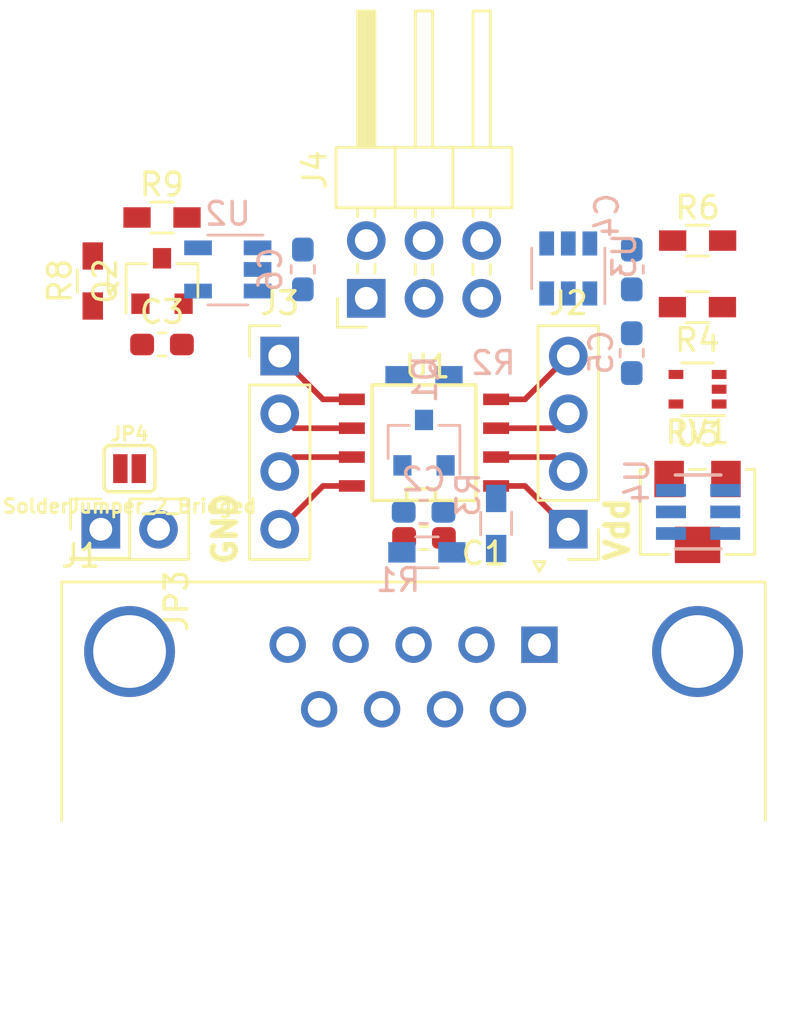
<source format=kicad_pcb>
(kicad_pcb (version 20171130) (host pcbnew "(5.1.4-0-10_14)")

  (general
    (thickness 1.6)
    (drawings 2)
    (tracks 16)
    (zones 0)
    (modules 27)
    (nets 23)
  )

  (page USLetter)
  (layers
    (0 F.Cu signal)
    (31 B.Cu signal)
    (33 F.Adhes user)
    (35 F.Paste user)
    (37 F.SilkS user)
    (39 F.Mask user)
    (40 Dwgs.User user)
    (41 Cmts.User user)
    (42 Eco1.User user)
    (43 Eco2.User user)
    (44 Edge.Cuts user)
    (45 Margin user)
    (46 B.CrtYd user)
    (47 F.CrtYd user)
    (49 F.Fab user)
  )

  (setup
    (last_trace_width 0.25)
    (user_trace_width 0.5)
    (trace_clearance 0.2)
    (zone_clearance 0.254)
    (zone_45_only yes)
    (trace_min 0.2)
    (via_size 0.8)
    (via_drill 0.4)
    (via_min_size 0.4)
    (via_min_drill 0.3)
    (uvia_size 0.3)
    (uvia_drill 0.1)
    (uvias_allowed no)
    (uvia_min_size 0.2)
    (uvia_min_drill 0.1)
    (edge_width 0.05)
    (segment_width 0.2)
    (pcb_text_width 0.3)
    (pcb_text_size 1.5 1.5)
    (mod_edge_width 0.12)
    (mod_text_size 1 1)
    (mod_text_width 0.15)
    (pad_size 1.524 1.524)
    (pad_drill 0.762)
    (pad_to_mask_clearance 0.051)
    (solder_mask_min_width 0.25)
    (aux_axis_origin 221.2594 18.923)
    (grid_origin 239.141 35.433)
    (visible_elements FFFFFF7F)
    (pcbplotparams
      (layerselection 0x010fc_ffffffff)
      (usegerberextensions false)
      (usegerberattributes false)
      (usegerberadvancedattributes false)
      (creategerberjobfile false)
      (excludeedgelayer true)
      (linewidth 0.100000)
      (plotframeref false)
      (viasonmask false)
      (mode 1)
      (useauxorigin false)
      (hpglpennumber 1)
      (hpglpenspeed 20)
      (hpglpendiameter 15.000000)
      (psnegative false)
      (psa4output false)
      (plotreference true)
      (plotvalue true)
      (plotinvisibletext false)
      (padsonsilk false)
      (subtractmaskfromsilk false)
      (outputformat 1)
      (mirror false)
      (drillshape 1)
      (scaleselection 1)
      (outputdirectory ""))
  )

  (net 0 "")
  (net 1 GND)
  (net 2 /TD)
  (net 3 VDD)
  (net 4 /RD)
  (net 5 /PA3)
  (net 6 "Net-(C3-Pad1)")
  (net 7 /TX)
  (net 8 /RX)
  (net 9 /WIN)
  (net 10 /WOUT)
  (net 11 /UPDI)
  (net 12 VEE)
  (net 13 "Net-(C5-Pad2)")
  (net 14 "Net-(C5-Pad1)")
  (net 15 "Net-(Q1-Pad1)")
  (net 16 "Net-(R4-Pad1)")
  (net 17 "Net-(Q2-Pad2)")
  (net 18 "Net-(RV1-Pad2)")
  (net 19 +VDC)
  (net 20 "Net-(J4-Pad4)")
  (net 21 "Net-(J4-Pad6)")
  (net 22 "Net-(C2-Pad1)")

  (net_class Default "This is the default net class."
    (clearance 0.2)
    (trace_width 0.25)
    (via_dia 0.8)
    (via_drill 0.4)
    (uvia_dia 0.3)
    (uvia_drill 0.1)
    (add_net /PA3)
    (add_net /RD)
    (add_net /RX)
    (add_net /TD)
    (add_net /TX)
    (add_net /UPDI)
    (add_net /WIN)
    (add_net /WOUT)
    (add_net GND)
    (add_net "Net-(C2-Pad1)")
    (add_net "Net-(C3-Pad1)")
    (add_net "Net-(C5-Pad1)")
    (add_net "Net-(C5-Pad2)")
    (add_net "Net-(J4-Pad4)")
    (add_net "Net-(J4-Pad6)")
    (add_net "Net-(Q1-Pad1)")
    (add_net "Net-(Q2-Pad2)")
    (add_net "Net-(R4-Pad1)")
    (add_net "Net-(RV1-Pad2)")
    (add_net VDD)
    (add_net VEE)
  )

  (net_class HighPower ""
    (clearance 0.25)
    (trace_width 0.5)
    (via_dia 1)
    (via_drill 0.5)
    (uvia_dia 0.3)
    (uvia_drill 0.1)
    (add_net +VDC)
  )

  (module Connector_PinHeader_2.54mm:PinHeader_2x01_P2.54mm_Vertical (layer F.Cu) (tedit 59FED5CC) (tstamp 5DE1D062)
    (at 224.916 39.243)
    (descr "Through hole straight pin header, 2x01, 2.54mm pitch, double rows")
    (tags "Through hole pin header THT 2x01 2.54mm double row")
    (path /5E09C5A1)
    (fp_text reference JP3 (at 3.3302 3.1496 270) (layer F.SilkS)
      (effects (font (size 1 1) (thickness 0.15)))
    )
    (fp_text value Jumper_2_Bridged (at 1.27 2.33) (layer F.Fab) hide
      (effects (font (size 1 1) (thickness 0.15)))
    )
    (fp_text user %R (at 3.7874 3.2004 90) (layer F.Fab) hide
      (effects (font (size 1 1) (thickness 0.15)))
    )
    (fp_line (start 4.35 -1.8) (end -1.8 -1.8) (layer F.CrtYd) (width 0.05))
    (fp_line (start 4.35 1.8) (end 4.35 -1.8) (layer F.CrtYd) (width 0.05))
    (fp_line (start -1.8 1.8) (end 4.35 1.8) (layer F.CrtYd) (width 0.05))
    (fp_line (start -1.8 -1.8) (end -1.8 1.8) (layer F.CrtYd) (width 0.05))
    (fp_line (start -1.33 -1.33) (end 0 -1.33) (layer F.SilkS) (width 0.12))
    (fp_line (start -1.33 0) (end -1.33 -1.33) (layer F.SilkS) (width 0.12))
    (fp_line (start 1.27 -1.33) (end 3.87 -1.33) (layer F.SilkS) (width 0.12))
    (fp_line (start 1.27 1.27) (end 1.27 -1.33) (layer F.SilkS) (width 0.12))
    (fp_line (start -1.33 1.27) (end 1.27 1.27) (layer F.SilkS) (width 0.12))
    (fp_line (start 3.87 -1.33) (end 3.87 1.33) (layer F.SilkS) (width 0.12))
    (fp_line (start -1.33 1.27) (end -1.33 1.33) (layer F.SilkS) (width 0.12))
    (fp_line (start -1.33 1.33) (end 3.87 1.33) (layer F.SilkS) (width 0.12))
    (fp_line (start -1.27 0) (end 0 -1.27) (layer F.Fab) (width 0.1))
    (fp_line (start -1.27 1.27) (end -1.27 0) (layer F.Fab) (width 0.1))
    (fp_line (start 3.81 1.27) (end -1.27 1.27) (layer F.Fab) (width 0.1))
    (fp_line (start 3.81 -1.27) (end 3.81 1.27) (layer F.Fab) (width 0.1))
    (fp_line (start 0 -1.27) (end 3.81 -1.27) (layer F.Fab) (width 0.1))
    (pad 2 thru_hole oval (at 2.54 0) (size 1.7 1.7) (drill 1) (layers *.Cu *.Mask)
      (net 2 /TD))
    (pad 1 thru_hole rect (at 0 0) (size 1.7 1.7) (drill 1) (layers *.Cu *.Mask)
      (net 11 /UPDI))
    (model ${KISYS3DMOD}/Connector_PinHeader_2.54mm.3dshapes/PinHeader_2x01_P2.54mm_Vertical.wrl
      (at (xyz 0 0 0))
      (scale (xyz 1 1 1))
      (rotate (xyz 0 0 0))
    )
  )

  (module Package_TO_SOT_SMD:TSOT-23-5 (layer B.Cu) (tedit 5A02FF57) (tstamp 5DE4D895)
    (at 230.505 27.813 180)
    (descr "5-pin TSOT23 package, http://cds.linear.com/docs/en/packaging/SOT_5_05-08-1635.pdf")
    (tags TSOT-23-5)
    (path /5EB7E246)
    (attr smd)
    (fp_text reference U2 (at 0 2.45) (layer B.SilkS)
      (effects (font (size 1 1) (thickness 0.15)) (justify mirror))
    )
    (fp_text value LT1761-5 (at 0 -2.5) (layer B.Fab)
      (effects (font (size 1 1) (thickness 0.15)) (justify mirror))
    )
    (fp_line (start 2.17 -1.7) (end -2.17 -1.7) (layer B.CrtYd) (width 0.05))
    (fp_line (start 2.17 -1.7) (end 2.17 1.7) (layer B.CrtYd) (width 0.05))
    (fp_line (start -2.17 1.7) (end -2.17 -1.7) (layer B.CrtYd) (width 0.05))
    (fp_line (start -2.17 1.7) (end 2.17 1.7) (layer B.CrtYd) (width 0.05))
    (fp_line (start 0.88 1.45) (end 0.88 -1.45) (layer B.Fab) (width 0.1))
    (fp_line (start 0.88 -1.45) (end -0.88 -1.45) (layer B.Fab) (width 0.1))
    (fp_line (start -0.88 1) (end -0.88 -1.45) (layer B.Fab) (width 0.1))
    (fp_line (start 0.88 1.45) (end -0.43 1.45) (layer B.Fab) (width 0.1))
    (fp_line (start -0.88 1) (end -0.43 1.45) (layer B.Fab) (width 0.1))
    (fp_line (start 0.88 1.51) (end -1.55 1.51) (layer B.SilkS) (width 0.12))
    (fp_line (start -0.88 -1.56) (end 0.88 -1.56) (layer B.SilkS) (width 0.12))
    (fp_text user %R (at 0 0 270) (layer B.Fab)
      (effects (font (size 0.5 0.5) (thickness 0.075)) (justify mirror))
    )
    (pad 5 smd rect (at 1.31 0.95 180) (size 1.22 0.65) (layers B.Cu B.Paste B.Mask)
      (net 3 VDD))
    (pad 4 smd rect (at 1.31 -0.95 180) (size 1.22 0.65) (layers B.Cu B.Paste B.Mask)
      (net 22 "Net-(C2-Pad1)"))
    (pad 3 smd rect (at -1.31 -0.95 180) (size 1.22 0.65) (layers B.Cu B.Paste B.Mask)
      (net 19 +VDC))
    (pad 2 smd rect (at -1.31 0 180) (size 1.22 0.65) (layers B.Cu B.Paste B.Mask)
      (net 1 GND))
    (pad 1 smd rect (at -1.31 0.95 180) (size 1.22 0.65) (layers B.Cu B.Paste B.Mask)
      (net 19 +VDC))
    (model ${KISYS3DMOD}/Package_TO_SOT_SMD.3dshapes/TSOT-23-5.wrl
      (at (xyz 0 0 0))
      (scale (xyz 1 1 1))
      (rotate (xyz 0 0 0))
    )
  )

  (module Capacitor_SMD:C_0603_1608Metric_Pad1.05x0.95mm_HandSolder (layer B.Cu) (tedit 5B301BBE) (tstamp 5DE4E191)
    (at 233.807 27.813 270)
    (descr "Capacitor SMD 0603 (1608 Metric), square (rectangular) end terminal, IPC_7351 nominal with elongated pad for handsoldering. (Body size source: http://www.tortai-tech.com/upload/download/2011102023233369053.pdf), generated with kicad-footprint-generator")
    (tags "capacitor handsolder")
    (path /5EB8D6AE)
    (attr smd)
    (fp_text reference C6 (at 0 1.43 270) (layer B.SilkS)
      (effects (font (size 1 1) (thickness 0.15)) (justify mirror))
    )
    (fp_text value 1u (at 0 -1.43 270) (layer B.Fab)
      (effects (font (size 1 1) (thickness 0.15)) (justify mirror))
    )
    (fp_text user %R (at 0 0 270) (layer B.Fab)
      (effects (font (size 0.4 0.4) (thickness 0.06)) (justify mirror))
    )
    (fp_line (start 1.65 -0.73) (end -1.65 -0.73) (layer B.CrtYd) (width 0.05))
    (fp_line (start 1.65 0.73) (end 1.65 -0.73) (layer B.CrtYd) (width 0.05))
    (fp_line (start -1.65 0.73) (end 1.65 0.73) (layer B.CrtYd) (width 0.05))
    (fp_line (start -1.65 -0.73) (end -1.65 0.73) (layer B.CrtYd) (width 0.05))
    (fp_line (start -0.171267 -0.51) (end 0.171267 -0.51) (layer B.SilkS) (width 0.12))
    (fp_line (start -0.171267 0.51) (end 0.171267 0.51) (layer B.SilkS) (width 0.12))
    (fp_line (start 0.8 -0.4) (end -0.8 -0.4) (layer B.Fab) (width 0.1))
    (fp_line (start 0.8 0.4) (end 0.8 -0.4) (layer B.Fab) (width 0.1))
    (fp_line (start -0.8 0.4) (end 0.8 0.4) (layer B.Fab) (width 0.1))
    (fp_line (start -0.8 -0.4) (end -0.8 0.4) (layer B.Fab) (width 0.1))
    (pad 2 smd roundrect (at 0.875 0 270) (size 1.05 0.95) (layers B.Cu B.Paste B.Mask) (roundrect_rratio 0.25)
      (net 1 GND))
    (pad 1 smd roundrect (at -0.875 0 270) (size 1.05 0.95) (layers B.Cu B.Paste B.Mask) (roundrect_rratio 0.25)
      (net 19 +VDC))
    (model ${KISYS3DMOD}/Capacitor_SMD.3dshapes/C_0603_1608Metric.wrl
      (at (xyz 0 0 0))
      (scale (xyz 1 1 1))
      (rotate (xyz 0 0 0))
    )
  )

  (module Capacitor_SMD:C_0603_1608Metric_Pad1.05x0.95mm_HandSolder (layer B.Cu) (tedit 5B301BBE) (tstamp 5DE3585E)
    (at 239.122 38.481 180)
    (descr "Capacitor SMD 0603 (1608 Metric), square (rectangular) end terminal, IPC_7351 nominal with elongated pad for handsoldering. (Body size source: http://www.tortai-tech.com/upload/download/2011102023233369053.pdf), generated with kicad-footprint-generator")
    (tags "capacitor handsolder")
    (path /5EB8BE10)
    (attr smd)
    (fp_text reference C2 (at 0 1.43) (layer B.SilkS)
      (effects (font (size 1 1) (thickness 0.15)) (justify mirror))
    )
    (fp_text value 0.01u (at 0 -1.43) (layer B.Fab)
      (effects (font (size 1 1) (thickness 0.15)) (justify mirror))
    )
    (fp_text user %R (at 0 0) (layer B.Fab)
      (effects (font (size 0.4 0.4) (thickness 0.06)) (justify mirror))
    )
    (fp_line (start 1.65 -0.73) (end -1.65 -0.73) (layer B.CrtYd) (width 0.05))
    (fp_line (start 1.65 0.73) (end 1.65 -0.73) (layer B.CrtYd) (width 0.05))
    (fp_line (start -1.65 0.73) (end 1.65 0.73) (layer B.CrtYd) (width 0.05))
    (fp_line (start -1.65 -0.73) (end -1.65 0.73) (layer B.CrtYd) (width 0.05))
    (fp_line (start -0.171267 -0.51) (end 0.171267 -0.51) (layer B.SilkS) (width 0.12))
    (fp_line (start -0.171267 0.51) (end 0.171267 0.51) (layer B.SilkS) (width 0.12))
    (fp_line (start 0.8 -0.4) (end -0.8 -0.4) (layer B.Fab) (width 0.1))
    (fp_line (start 0.8 0.4) (end 0.8 -0.4) (layer B.Fab) (width 0.1))
    (fp_line (start -0.8 0.4) (end 0.8 0.4) (layer B.Fab) (width 0.1))
    (fp_line (start -0.8 -0.4) (end -0.8 0.4) (layer B.Fab) (width 0.1))
    (pad 2 smd roundrect (at 0.875 0 180) (size 1.05 0.95) (layers B.Cu B.Paste B.Mask) (roundrect_rratio 0.25)
      (net 3 VDD))
    (pad 1 smd roundrect (at -0.875 0 180) (size 1.05 0.95) (layers B.Cu B.Paste B.Mask) (roundrect_rratio 0.25)
      (net 22 "Net-(C2-Pad1)"))
    (model ${KISYS3DMOD}/Capacitor_SMD.3dshapes/C_0603_1608Metric.wrl
      (at (xyz 0 0 0))
      (scale (xyz 1 1 1))
      (rotate (xyz 0 0 0))
    )
  )

  (module Pin_Headers:Pin_Header_Angled_2x03_Pitch2.54mm (layer F.Cu) (tedit 59650532) (tstamp 5DE32CE6)
    (at 236.601 29.083 90)
    (descr "Through hole angled pin header, 2x03, 2.54mm pitch, 6mm pin length, double rows")
    (tags "Through hole angled pin header THT 2x03 2.54mm double row")
    (path /5EA3C3E6)
    (fp_text reference J4 (at 5.655 -2.27 90) (layer F.SilkS)
      (effects (font (size 1 1) (thickness 0.15)))
    )
    (fp_text value "ACST CPLR" (at 5.655 7.35 90) (layer F.Fab)
      (effects (font (size 1 1) (thickness 0.15)))
    )
    (fp_line (start 4.675 -1.27) (end 6.58 -1.27) (layer F.Fab) (width 0.1))
    (fp_line (start 6.58 -1.27) (end 6.58 6.35) (layer F.Fab) (width 0.1))
    (fp_line (start 6.58 6.35) (end 4.04 6.35) (layer F.Fab) (width 0.1))
    (fp_line (start 4.04 6.35) (end 4.04 -0.635) (layer F.Fab) (width 0.1))
    (fp_line (start 4.04 -0.635) (end 4.675 -1.27) (layer F.Fab) (width 0.1))
    (fp_line (start -0.32 -0.32) (end 4.04 -0.32) (layer F.Fab) (width 0.1))
    (fp_line (start -0.32 -0.32) (end -0.32 0.32) (layer F.Fab) (width 0.1))
    (fp_line (start -0.32 0.32) (end 4.04 0.32) (layer F.Fab) (width 0.1))
    (fp_line (start 6.58 -0.32) (end 12.58 -0.32) (layer F.Fab) (width 0.1))
    (fp_line (start 12.58 -0.32) (end 12.58 0.32) (layer F.Fab) (width 0.1))
    (fp_line (start 6.58 0.32) (end 12.58 0.32) (layer F.Fab) (width 0.1))
    (fp_line (start -0.32 2.22) (end 4.04 2.22) (layer F.Fab) (width 0.1))
    (fp_line (start -0.32 2.22) (end -0.32 2.86) (layer F.Fab) (width 0.1))
    (fp_line (start -0.32 2.86) (end 4.04 2.86) (layer F.Fab) (width 0.1))
    (fp_line (start 6.58 2.22) (end 12.58 2.22) (layer F.Fab) (width 0.1))
    (fp_line (start 12.58 2.22) (end 12.58 2.86) (layer F.Fab) (width 0.1))
    (fp_line (start 6.58 2.86) (end 12.58 2.86) (layer F.Fab) (width 0.1))
    (fp_line (start -0.32 4.76) (end 4.04 4.76) (layer F.Fab) (width 0.1))
    (fp_line (start -0.32 4.76) (end -0.32 5.4) (layer F.Fab) (width 0.1))
    (fp_line (start -0.32 5.4) (end 4.04 5.4) (layer F.Fab) (width 0.1))
    (fp_line (start 6.58 4.76) (end 12.58 4.76) (layer F.Fab) (width 0.1))
    (fp_line (start 12.58 4.76) (end 12.58 5.4) (layer F.Fab) (width 0.1))
    (fp_line (start 6.58 5.4) (end 12.58 5.4) (layer F.Fab) (width 0.1))
    (fp_line (start 3.98 -1.33) (end 3.98 6.41) (layer F.SilkS) (width 0.12))
    (fp_line (start 3.98 6.41) (end 6.64 6.41) (layer F.SilkS) (width 0.12))
    (fp_line (start 6.64 6.41) (end 6.64 -1.33) (layer F.SilkS) (width 0.12))
    (fp_line (start 6.64 -1.33) (end 3.98 -1.33) (layer F.SilkS) (width 0.12))
    (fp_line (start 6.64 -0.38) (end 12.64 -0.38) (layer F.SilkS) (width 0.12))
    (fp_line (start 12.64 -0.38) (end 12.64 0.38) (layer F.SilkS) (width 0.12))
    (fp_line (start 12.64 0.38) (end 6.64 0.38) (layer F.SilkS) (width 0.12))
    (fp_line (start 6.64 -0.32) (end 12.64 -0.32) (layer F.SilkS) (width 0.12))
    (fp_line (start 6.64 -0.2) (end 12.64 -0.2) (layer F.SilkS) (width 0.12))
    (fp_line (start 6.64 -0.08) (end 12.64 -0.08) (layer F.SilkS) (width 0.12))
    (fp_line (start 6.64 0.04) (end 12.64 0.04) (layer F.SilkS) (width 0.12))
    (fp_line (start 6.64 0.16) (end 12.64 0.16) (layer F.SilkS) (width 0.12))
    (fp_line (start 6.64 0.28) (end 12.64 0.28) (layer F.SilkS) (width 0.12))
    (fp_line (start 3.582929 -0.38) (end 3.98 -0.38) (layer F.SilkS) (width 0.12))
    (fp_line (start 3.582929 0.38) (end 3.98 0.38) (layer F.SilkS) (width 0.12))
    (fp_line (start 1.11 -0.38) (end 1.497071 -0.38) (layer F.SilkS) (width 0.12))
    (fp_line (start 1.11 0.38) (end 1.497071 0.38) (layer F.SilkS) (width 0.12))
    (fp_line (start 3.98 1.27) (end 6.64 1.27) (layer F.SilkS) (width 0.12))
    (fp_line (start 6.64 2.16) (end 12.64 2.16) (layer F.SilkS) (width 0.12))
    (fp_line (start 12.64 2.16) (end 12.64 2.92) (layer F.SilkS) (width 0.12))
    (fp_line (start 12.64 2.92) (end 6.64 2.92) (layer F.SilkS) (width 0.12))
    (fp_line (start 3.582929 2.16) (end 3.98 2.16) (layer F.SilkS) (width 0.12))
    (fp_line (start 3.582929 2.92) (end 3.98 2.92) (layer F.SilkS) (width 0.12))
    (fp_line (start 1.042929 2.16) (end 1.497071 2.16) (layer F.SilkS) (width 0.12))
    (fp_line (start 1.042929 2.92) (end 1.497071 2.92) (layer F.SilkS) (width 0.12))
    (fp_line (start 3.98 3.81) (end 6.64 3.81) (layer F.SilkS) (width 0.12))
    (fp_line (start 6.64 4.7) (end 12.64 4.7) (layer F.SilkS) (width 0.12))
    (fp_line (start 12.64 4.7) (end 12.64 5.46) (layer F.SilkS) (width 0.12))
    (fp_line (start 12.64 5.46) (end 6.64 5.46) (layer F.SilkS) (width 0.12))
    (fp_line (start 3.582929 4.7) (end 3.98 4.7) (layer F.SilkS) (width 0.12))
    (fp_line (start 3.582929 5.46) (end 3.98 5.46) (layer F.SilkS) (width 0.12))
    (fp_line (start 1.042929 4.7) (end 1.497071 4.7) (layer F.SilkS) (width 0.12))
    (fp_line (start 1.042929 5.46) (end 1.497071 5.46) (layer F.SilkS) (width 0.12))
    (fp_line (start -1.27 0) (end -1.27 -1.27) (layer F.SilkS) (width 0.12))
    (fp_line (start -1.27 -1.27) (end 0 -1.27) (layer F.SilkS) (width 0.12))
    (fp_line (start -1.8 -1.8) (end -1.8 6.85) (layer F.CrtYd) (width 0.05))
    (fp_line (start -1.8 6.85) (end 13.1 6.85) (layer F.CrtYd) (width 0.05))
    (fp_line (start 13.1 6.85) (end 13.1 -1.8) (layer F.CrtYd) (width 0.05))
    (fp_line (start 13.1 -1.8) (end -1.8 -1.8) (layer F.CrtYd) (width 0.05))
    (fp_text user %R (at 5.31 2.54) (layer F.Fab)
      (effects (font (size 1 1) (thickness 0.15)))
    )
    (pad 1 thru_hole rect (at 0 0 90) (size 1.7 1.7) (drill 1) (layers *.Cu *.Mask))
    (pad 2 thru_hole oval (at 2.54 0 90) (size 1.7 1.7) (drill 1) (layers *.Cu *.Mask)
      (net 19 +VDC))
    (pad 3 thru_hole oval (at 0 2.54 90) (size 1.7 1.7) (drill 1) (layers *.Cu *.Mask))
    (pad 4 thru_hole oval (at 2.54 2.54 90) (size 1.7 1.7) (drill 1) (layers *.Cu *.Mask)
      (net 20 "Net-(J4-Pad4)"))
    (pad 5 thru_hole oval (at 0 5.08 90) (size 1.7 1.7) (drill 1) (layers *.Cu *.Mask)
      (net 1 GND))
    (pad 6 thru_hole oval (at 2.54 5.08 90) (size 1.7 1.7) (drill 1) (layers *.Cu *.Mask)
      (net 21 "Net-(J4-Pad6)"))
    (model ${KISYS3DMOD}/Pin_Headers.3dshapes/Pin_Header_Angled_2x03_Pitch2.54mm.wrl
      (at (xyz 0 0 0))
      (scale (xyz 1 1 1))
      (rotate (xyz 0 0 0))
    )
  )

  (module Potentiometer_SMD:Potentiometer_Bourns_3214W_Vertical (layer F.Cu) (tedit 5A3D7171) (tstamp 5DE31B70)
    (at 251.181 38.481)
    (descr "Potentiometer, vertical, Bourns 3214W, https://www.bourns.com/docs/Product-Datasheets/3214.pdf")
    (tags "Potentiometer vertical Bourns 3214W")
    (path /5E9C81B2)
    (attr smd)
    (fp_text reference RV1 (at 0 -3.5) (layer F.SilkS)
      (effects (font (size 1 1) (thickness 0.15)))
    )
    (fp_text value R_POT_TRIM (at 0 3.5) (layer F.Fab)
      (effects (font (size 1 1) (thickness 0.15)))
    )
    (fp_text user %R (at 0.6 0) (layer F.Fab)
      (effects (font (size 0.6 0.6) (thickness 0.15)))
    )
    (fp_line (start 2.65 -2.5) (end -2.65 -2.5) (layer F.CrtYd) (width 0.05))
    (fp_line (start 2.65 2.5) (end 2.65 -2.5) (layer F.CrtYd) (width 0.05))
    (fp_line (start -2.65 2.5) (end 2.65 2.5) (layer F.CrtYd) (width 0.05))
    (fp_line (start -2.65 -2.5) (end -2.65 2.5) (layer F.CrtYd) (width 0.05))
    (fp_line (start 2.52 -1.87) (end 2.52 1.87) (layer F.SilkS) (width 0.12))
    (fp_line (start -2.52 -1.87) (end -2.52 1.87) (layer F.SilkS) (width 0.12))
    (fp_line (start 1.24 1.87) (end 2.52 1.87) (layer F.SilkS) (width 0.12))
    (fp_line (start -2.52 1.87) (end -1.24 1.87) (layer F.SilkS) (width 0.12))
    (fp_line (start -0.36 -1.87) (end 0.36 -1.87) (layer F.SilkS) (width 0.12))
    (fp_line (start -2.52 -1.87) (end -2.14 -1.87) (layer F.SilkS) (width 0.12))
    (fp_line (start 2.14 -1.87) (end 2.52 -1.87) (layer F.SilkS) (width 0.12))
    (fp_line (start -1.2 1.393) (end -1.199 -0.092) (layer F.Fab) (width 0.1))
    (fp_line (start -1.2 1.393) (end -1.199 -0.092) (layer F.Fab) (width 0.1))
    (fp_line (start 2.4 -1.75) (end -2.4 -1.75) (layer F.Fab) (width 0.1))
    (fp_line (start 2.4 1.75) (end 2.4 -1.75) (layer F.Fab) (width 0.1))
    (fp_line (start -2.4 1.75) (end 2.4 1.75) (layer F.Fab) (width 0.1))
    (fp_line (start -2.4 -1.75) (end -2.4 1.75) (layer F.Fab) (width 0.1))
    (fp_circle (center -1.2 0.65) (end -0.45 0.65) (layer F.Fab) (width 0.1))
    (pad 3 smd rect (at -1.25 -1.45) (size 1.3 1.6) (layers F.Cu F.Paste F.Mask)
      (net 9 /WIN))
    (pad 2 smd rect (at 0 1.45) (size 2 1.6) (layers F.Cu F.Paste F.Mask)
      (net 18 "Net-(RV1-Pad2)"))
    (pad 1 smd rect (at 1.25 -1.45) (size 1.3 1.6) (layers F.Cu F.Paste F.Mask)
      (net 12 VEE))
    (model ${KISYS3DMOD}/Potentiometer_SMD.3dshapes/Potentiometer_Bourns_3214W_Vertical.wrl
      (at (xyz 0 0 0))
      (scale (xyz 1 1 1))
      (rotate (xyz 0 0 0))
    )
  )

  (module Package_TO_SOT_SMD:SOT-23 (layer F.Cu) (tedit 5A02FF57) (tstamp 5DE4CEAF)
    (at 227.6094 28.321 90)
    (descr "SOT-23, Standard")
    (tags SOT-23)
    (path /5E97D704)
    (attr smd)
    (fp_text reference Q2 (at 0 -2.5 90) (layer F.SilkS)
      (effects (font (size 1 1) (thickness 0.15)))
    )
    (fp_text value BC847 (at 0 2.5 90) (layer F.Fab)
      (effects (font (size 1 1) (thickness 0.15)))
    )
    (fp_line (start 0.76 1.58) (end -0.7 1.58) (layer F.SilkS) (width 0.12))
    (fp_line (start 0.76 -1.58) (end -1.4 -1.58) (layer F.SilkS) (width 0.12))
    (fp_line (start -1.7 1.75) (end -1.7 -1.75) (layer F.CrtYd) (width 0.05))
    (fp_line (start 1.7 1.75) (end -1.7 1.75) (layer F.CrtYd) (width 0.05))
    (fp_line (start 1.7 -1.75) (end 1.7 1.75) (layer F.CrtYd) (width 0.05))
    (fp_line (start -1.7 -1.75) (end 1.7 -1.75) (layer F.CrtYd) (width 0.05))
    (fp_line (start 0.76 -1.58) (end 0.76 -0.65) (layer F.SilkS) (width 0.12))
    (fp_line (start 0.76 1.58) (end 0.76 0.65) (layer F.SilkS) (width 0.12))
    (fp_line (start -0.7 1.52) (end 0.7 1.52) (layer F.Fab) (width 0.1))
    (fp_line (start 0.7 -1.52) (end 0.7 1.52) (layer F.Fab) (width 0.1))
    (fp_line (start -0.7 -0.95) (end -0.15 -1.52) (layer F.Fab) (width 0.1))
    (fp_line (start -0.15 -1.52) (end 0.7 -1.52) (layer F.Fab) (width 0.1))
    (fp_line (start -0.7 -0.95) (end -0.7 1.5) (layer F.Fab) (width 0.1))
    (fp_text user %R (at 0 0) (layer F.Fab)
      (effects (font (size 0.5 0.5) (thickness 0.075)))
    )
    (pad 3 smd rect (at 1 0 90) (size 0.9 0.8) (layers F.Cu F.Paste F.Mask)
      (net 20 "Net-(J4-Pad4)"))
    (pad 2 smd rect (at -1 0.95 90) (size 0.9 0.8) (layers F.Cu F.Paste F.Mask)
      (net 17 "Net-(Q2-Pad2)"))
    (pad 1 smd rect (at -1 -0.95 90) (size 0.9 0.8) (layers F.Cu F.Paste F.Mask)
      (net 6 "Net-(C3-Pad1)"))
    (model ${KISYS3DMOD}/Package_TO_SOT_SMD.3dshapes/SOT-23.wrl
      (at (xyz 0 0 0))
      (scale (xyz 1 1 1))
      (rotate (xyz 0 0 0))
    )
  )

  (module Package_TO_SOT_SMD:SOT-353_SC-70-5 (layer F.Cu) (tedit 5A02FF57) (tstamp 5DE4C39F)
    (at 251.181 33.083332 180)
    (descr "SOT-353, SC-70-5")
    (tags "SOT-353 SC-70-5")
    (path /5E6A0845)
    (attr smd)
    (fp_text reference U5 (at 0 -2) (layer F.SilkS)
      (effects (font (size 1 1) (thickness 0.15)))
    )
    (fp_text value TLV6001DCK (at 0 2 180) (layer F.Fab)
      (effects (font (size 1 1) (thickness 0.15)))
    )
    (fp_line (start -0.175 -1.1) (end -0.675 -0.6) (layer F.Fab) (width 0.1))
    (fp_line (start 0.675 1.1) (end -0.675 1.1) (layer F.Fab) (width 0.1))
    (fp_line (start 0.675 -1.1) (end 0.675 1.1) (layer F.Fab) (width 0.1))
    (fp_line (start -1.6 1.4) (end 1.6 1.4) (layer F.CrtYd) (width 0.05))
    (fp_line (start -0.675 -0.6) (end -0.675 1.1) (layer F.Fab) (width 0.1))
    (fp_line (start 0.675 -1.1) (end -0.175 -1.1) (layer F.Fab) (width 0.1))
    (fp_line (start -1.6 -1.4) (end 1.6 -1.4) (layer F.CrtYd) (width 0.05))
    (fp_line (start -1.6 -1.4) (end -1.6 1.4) (layer F.CrtYd) (width 0.05))
    (fp_line (start 1.6 1.4) (end 1.6 -1.4) (layer F.CrtYd) (width 0.05))
    (fp_line (start -0.7 1.16) (end 0.7 1.16) (layer F.SilkS) (width 0.12))
    (fp_line (start 0.7 -1.16) (end -1.2 -1.16) (layer F.SilkS) (width 0.12))
    (fp_text user %R (at 0 0 90) (layer F.Fab)
      (effects (font (size 0.5 0.5) (thickness 0.075)))
    )
    (pad 5 smd rect (at 0.95 -0.65 180) (size 0.65 0.4) (layers F.Cu F.Paste F.Mask)
      (net 3 VDD))
    (pad 4 smd rect (at 0.95 0.65 180) (size 0.65 0.4) (layers F.Cu F.Paste F.Mask)
      (net 9 /WIN))
    (pad 2 smd rect (at -0.95 0 180) (size 0.65 0.4) (layers F.Cu F.Paste F.Mask)
      (net 12 VEE))
    (pad 3 smd rect (at -0.95 0.65 180) (size 0.65 0.4) (layers F.Cu F.Paste F.Mask)
      (net 18 "Net-(RV1-Pad2)"))
    (pad 1 smd rect (at -0.95 -0.65 180) (size 0.65 0.4) (layers F.Cu F.Paste F.Mask)
      (net 16 "Net-(R4-Pad1)"))
    (model ${KISYS3DMOD}/Package_TO_SOT_SMD.3dshapes/SOT-353_SC-70-5.wrl
      (at (xyz 0 0 0))
      (scale (xyz 1 1 1))
      (rotate (xyz 0 0 0))
    )
  )

  (module Resistors_SMD:R_0603_HandSoldering (layer F.Cu) (tedit 58E0A804) (tstamp 5DE4C36B)
    (at 251.186 26.543)
    (descr "Resistor SMD 0603, hand soldering")
    (tags "resistor 0603")
    (path /5E6E966F)
    (attr smd)
    (fp_text reference R6 (at 0 -1.45) (layer F.SilkS)
      (effects (font (size 1 1) (thickness 0.15)))
    )
    (fp_text value 50k (at 0 1.55) (layer F.Fab)
      (effects (font (size 1 1) (thickness 0.15)))
    )
    (fp_text user %R (at 0 0) (layer F.Fab)
      (effects (font (size 0.4 0.4) (thickness 0.075)))
    )
    (fp_line (start -0.8 0.4) (end -0.8 -0.4) (layer F.Fab) (width 0.1))
    (fp_line (start 0.8 0.4) (end -0.8 0.4) (layer F.Fab) (width 0.1))
    (fp_line (start 0.8 -0.4) (end 0.8 0.4) (layer F.Fab) (width 0.1))
    (fp_line (start -0.8 -0.4) (end 0.8 -0.4) (layer F.Fab) (width 0.1))
    (fp_line (start 0.5 0.68) (end -0.5 0.68) (layer F.SilkS) (width 0.12))
    (fp_line (start -0.5 -0.68) (end 0.5 -0.68) (layer F.SilkS) (width 0.12))
    (fp_line (start -1.96 -0.7) (end 1.95 -0.7) (layer F.CrtYd) (width 0.05))
    (fp_line (start -1.96 -0.7) (end -1.96 0.7) (layer F.CrtYd) (width 0.05))
    (fp_line (start 1.95 0.7) (end 1.95 -0.7) (layer F.CrtYd) (width 0.05))
    (fp_line (start 1.95 0.7) (end -1.96 0.7) (layer F.CrtYd) (width 0.05))
    (pad 1 smd rect (at -1.1 0) (size 1.2 0.9) (layers F.Cu F.Paste F.Mask)
      (net 21 "Net-(J4-Pad6)"))
    (pad 2 smd rect (at 1.1 0) (size 1.2 0.9) (layers F.Cu F.Paste F.Mask)
      (net 16 "Net-(R4-Pad1)"))
    (model ${KISYS3DMOD}/Resistors_SMD.3dshapes/R_0603.wrl
      (at (xyz 0 0 0))
      (scale (xyz 1 1 1))
      (rotate (xyz 0 0 0))
    )
  )

  (module Resistors_SMD:R_0603_HandSoldering (layer F.Cu) (tedit 58E0A804) (tstamp 5DE4C3D7)
    (at 251.176 29.470666 180)
    (descr "Resistor SMD 0603, hand soldering")
    (tags "resistor 0603")
    (path /5E6E9675)
    (attr smd)
    (fp_text reference R4 (at 0 -1.45) (layer F.SilkS)
      (effects (font (size 1 1) (thickness 0.15)))
    )
    (fp_text value 50k (at 0 1.55) (layer F.Fab)
      (effects (font (size 1 1) (thickness 0.15)))
    )
    (fp_text user %R (at 0 0) (layer F.Fab)
      (effects (font (size 0.4 0.4) (thickness 0.075)))
    )
    (fp_line (start -0.8 0.4) (end -0.8 -0.4) (layer F.Fab) (width 0.1))
    (fp_line (start 0.8 0.4) (end -0.8 0.4) (layer F.Fab) (width 0.1))
    (fp_line (start 0.8 -0.4) (end 0.8 0.4) (layer F.Fab) (width 0.1))
    (fp_line (start -0.8 -0.4) (end 0.8 -0.4) (layer F.Fab) (width 0.1))
    (fp_line (start 0.5 0.68) (end -0.5 0.68) (layer F.SilkS) (width 0.12))
    (fp_line (start -0.5 -0.68) (end 0.5 -0.68) (layer F.SilkS) (width 0.12))
    (fp_line (start -1.96 -0.7) (end 1.95 -0.7) (layer F.CrtYd) (width 0.05))
    (fp_line (start -1.96 -0.7) (end -1.96 0.7) (layer F.CrtYd) (width 0.05))
    (fp_line (start 1.95 0.7) (end 1.95 -0.7) (layer F.CrtYd) (width 0.05))
    (fp_line (start 1.95 0.7) (end -1.96 0.7) (layer F.CrtYd) (width 0.05))
    (pad 1 smd rect (at -1.1 0 180) (size 1.2 0.9) (layers F.Cu F.Paste F.Mask)
      (net 16 "Net-(R4-Pad1)"))
    (pad 2 smd rect (at 1.1 0 180) (size 1.2 0.9) (layers F.Cu F.Paste F.Mask)
      (net 1 GND))
    (model ${KISYS3DMOD}/Resistors_SMD.3dshapes/R_0603.wrl
      (at (xyz 0 0 0))
      (scale (xyz 1 1 1))
      (rotate (xyz 0 0 0))
    )
  )

  (module Jumpers:SMT-JUMPER_2_NO_SILK (layer F.Cu) (tedit 200000) (tstamp 5DE1C809)
    (at 226.181 36.576)
    (path /5E67EC72)
    (attr smd)
    (fp_text reference JP4 (at 0 -1.524) (layer F.SilkS)
      (effects (font (size 0.6096 0.6096) (thickness 0.127)))
    )
    (fp_text value SolderJumper_2_Bridged (at 0 1.651) (layer F.SilkS)
      (effects (font (size 0.6096 0.6096) (thickness 0.127)))
    )
    (fp_arc (start 0.8636 0.762) (end 1.1176 0.762) (angle 90) (layer F.SilkS) (width 0.1524))
    (fp_arc (start -0.8636 0.762) (end -0.8636 1.016) (angle 90) (layer F.SilkS) (width 0.1524))
    (fp_arc (start -0.8636 -0.762) (end -1.1176 -0.762) (angle 90) (layer F.SilkS) (width 0.1524))
    (fp_arc (start 0.8636 -0.762) (end 0.8636 -1.016) (angle 90) (layer F.SilkS) (width 0.1524))
    (fp_line (start -0.8636 -1.016) (end 0.8636 -1.016) (layer F.SilkS) (width 0.1524))
    (fp_line (start -1.1176 0.762) (end -1.1176 -0.762) (layer F.SilkS) (width 0.1524))
    (fp_line (start 1.1176 0.762) (end 1.1176 -0.762) (layer F.SilkS) (width 0.1524))
    (fp_line (start 0.8636 1.016) (end -0.8636 1.016) (layer F.SilkS) (width 0.1524))
    (pad 2 smd rect (at 0.4064 0) (size 0.635 1.27) (layers F.Cu F.Mask)
      (net 2 /TD) (solder_mask_margin 0.1016))
    (pad 1 smd rect (at -0.4064 0) (size 0.635 1.27) (layers F.Cu F.Mask)
      (net 11 /UPDI) (solder_mask_margin 0.1016))
  )

  (module MAX3188:MAX3188EEUT&plus_T (layer B.Cu) (tedit 0) (tstamp 5DE1D588)
    (at 251.206 38.481)
    (path /5E3F669C)
    (fp_text reference U4 (at -2.6828 -1.3412 270) (layer B.SilkS)
      (effects (font (size 1 1) (thickness 0.15)) (justify mirror))
    )
    (fp_text value MAX3188EEUT+T (at 0 0 180) (layer B.SilkS) hide
      (effects (font (size 1 1) (thickness 0.15)) (justify mirror))
    )
    (fp_text user "Copyright 2016 Accelerated Designs. All rights reserved." (at 0 0 180) (layer Cmts.User)
      (effects (font (size 0.127 0.127) (thickness 0.002)))
    )
    (fp_text user * (at -1.4478 2.6518 180) (layer B.SilkS) hide
      (effects (font (size 1 1) (thickness 0.15)) (justify mirror))
    )
    (fp_text user * (at -0.4953 1.4224 180) (layer B.Fab)
      (effects (font (size 1 1) (thickness 0.15)) (justify mirror))
    )
    (fp_text user 0.037in/0.95mm (at -4.2418 0.475 180) (layer Dwgs.User) hide
      (effects (font (size 1 1) (thickness 0.15)))
    )
    (fp_text user 0.022in/0.559mm (at 4.2418 0.95 180) (layer Dwgs.User) hide
      (effects (font (size 1 1) (thickness 0.15)))
    )
    (fp_text user 0.094in/2.388mm (at 0 3.9116 180) (layer Dwgs.User) hide
      (effects (font (size 1 1) (thickness 0.15)))
    )
    (fp_text user 0.052in/1.321mm (at -1.1938 -3.9116 180) (layer Dwgs.User) hide
      (effects (font (size 1 1) (thickness 0.15)))
    )
    (fp_text user * (at -1.4478 2.6518 180) (layer B.SilkS) hide
      (effects (font (size 1 1) (thickness 0.15)) (justify mirror))
    )
    (fp_text user * (at -0.4953 1.4224 180) (layer B.Fab)
      (effects (font (size 1 1) (thickness 0.15)) (justify mirror))
    )
    (fp_line (start -0.8763 0.696) (end -0.8763 1.204) (layer B.Fab) (width 0.1524))
    (fp_line (start -0.8763 1.204) (end -1.4986 1.204) (layer B.Fab) (width 0.1524))
    (fp_line (start -1.4986 1.204) (end -1.4986 0.696) (layer B.Fab) (width 0.1524))
    (fp_line (start -1.4986 0.696) (end -0.8763 0.696) (layer B.Fab) (width 0.1524))
    (fp_line (start -0.8763 -0.254) (end -0.8763 0.254) (layer B.Fab) (width 0.1524))
    (fp_line (start -0.8763 0.254) (end -1.4986 0.254) (layer B.Fab) (width 0.1524))
    (fp_line (start -1.4986 0.254) (end -1.4986 -0.254) (layer B.Fab) (width 0.1524))
    (fp_line (start -1.4986 -0.254) (end -0.8763 -0.254) (layer B.Fab) (width 0.1524))
    (fp_line (start -0.8763 -1.204) (end -0.8763 -0.696) (layer B.Fab) (width 0.1524))
    (fp_line (start -0.8763 -0.696) (end -1.4986 -0.696) (layer B.Fab) (width 0.1524))
    (fp_line (start -1.4986 -0.696) (end -1.4986 -1.204) (layer B.Fab) (width 0.1524))
    (fp_line (start -1.4986 -1.204) (end -0.8763 -1.204) (layer B.Fab) (width 0.1524))
    (fp_line (start 0.8763 -0.696) (end 0.8763 -1.204) (layer B.Fab) (width 0.1524))
    (fp_line (start 0.8763 -1.204) (end 1.4986 -1.204) (layer B.Fab) (width 0.1524))
    (fp_line (start 1.4986 -1.204) (end 1.4986 -0.696) (layer B.Fab) (width 0.1524))
    (fp_line (start 1.4986 -0.696) (end 0.8763 -0.696) (layer B.Fab) (width 0.1524))
    (fp_line (start 0.8763 0.254) (end 0.8763 -0.254) (layer B.Fab) (width 0.1524))
    (fp_line (start 0.8763 -0.254) (end 1.4986 -0.254) (layer B.Fab) (width 0.1524))
    (fp_line (start 1.4986 -0.254) (end 1.4986 0.254) (layer B.Fab) (width 0.1524))
    (fp_line (start 1.4986 0.254) (end 0.8763 0.254) (layer B.Fab) (width 0.1524))
    (fp_line (start 0.8763 1.204) (end 0.8763 0.696) (layer B.Fab) (width 0.1524))
    (fp_line (start 0.8763 0.696) (end 1.4986 0.696) (layer B.Fab) (width 0.1524))
    (fp_line (start 1.4986 0.696) (end 1.4986 1.204) (layer B.Fab) (width 0.1524))
    (fp_line (start 1.4986 1.204) (end 0.8763 1.204) (layer B.Fab) (width 0.1524))
    (fp_line (start -1.0033 -1.6256) (end 1.0033 -1.6256) (layer B.SilkS) (width 0.1524))
    (fp_line (start 1.0033 1.6256) (end -1.0033 1.6256) (layer B.SilkS) (width 0.1524))
    (fp_line (start -0.8763 -1.4986) (end 0.8763 -1.4986) (layer B.Fab) (width 0.1524))
    (fp_line (start 0.8763 -1.4986) (end 0.8763 1.4986) (layer B.Fab) (width 0.1524))
    (fp_line (start 0.8763 1.4986) (end -0.8763 1.4986) (layer B.Fab) (width 0.1524))
    (fp_line (start -0.8763 1.4986) (end -0.8763 -1.4986) (layer B.Fab) (width 0.1524))
    (fp_line (start -2.1082 -1.4834) (end -2.1082 1.4834) (layer B.CrtYd) (width 0.1524))
    (fp_line (start -2.1082 1.4834) (end -1.1303 1.4834) (layer B.CrtYd) (width 0.1524))
    (fp_line (start -1.1303 1.4834) (end -1.1303 1.7526) (layer B.CrtYd) (width 0.1524))
    (fp_line (start -1.1303 1.7526) (end 1.1303 1.7526) (layer B.CrtYd) (width 0.1524))
    (fp_line (start 1.1303 1.7526) (end 1.1303 1.4834) (layer B.CrtYd) (width 0.1524))
    (fp_line (start 1.1303 1.4834) (end 2.1082 1.4834) (layer B.CrtYd) (width 0.1524))
    (fp_line (start 2.1082 1.4834) (end 2.1082 -1.4834) (layer B.CrtYd) (width 0.1524))
    (fp_line (start 2.1082 -1.4834) (end 1.1303 -1.4834) (layer B.CrtYd) (width 0.1524))
    (fp_line (start 1.1303 -1.4834) (end 1.1303 -1.7526) (layer B.CrtYd) (width 0.1524))
    (fp_line (start 1.1303 -1.7526) (end -1.1303 -1.7526) (layer B.CrtYd) (width 0.1524))
    (fp_line (start -1.1303 -1.7526) (end -1.1303 -1.4834) (layer B.CrtYd) (width 0.1524))
    (fp_line (start -1.1303 -1.4834) (end -2.1082 -1.4834) (layer B.CrtYd) (width 0.1524))
    (fp_arc (start 0 1.4986) (end 0.3048 1.4986) (angle -180) (layer B.Fab) (width 0.1524))
    (pad 1 smd rect (at -1.1938 0.950001) (size 1.3208 0.5588) (layers B.Cu B.Paste B.Mask)
      (net 3 VDD))
    (pad 2 smd rect (at -1.1938 0) (size 1.3208 0.5588) (layers B.Cu B.Paste B.Mask)
      (net 1 GND))
    (pad 3 smd rect (at -1.1938 -0.950001) (size 1.3208 0.5588) (layers B.Cu B.Paste B.Mask)
      (net 7 /TX))
    (pad 4 smd rect (at 1.1938 -0.950001) (size 1.3208 0.5588) (layers B.Cu B.Paste B.Mask)
      (net 4 /RD))
    (pad 5 smd rect (at 1.1938 0) (size 1.3208 0.5588) (layers B.Cu B.Paste B.Mask)
      (net 12 VEE))
    (pad 6 smd rect (at 1.1938 0.950001) (size 1.3208 0.5588) (layers B.Cu B.Paste B.Mask)
      (net 3 VDD))
  )

  (module Resistors_SMD:R_0603_HandSoldering (layer B.Cu) (tedit 58E0A804) (tstamp 5DE1AE09)
    (at 242.316 38.989 270)
    (descr "Resistor SMD 0603, hand soldering")
    (tags "resistor 0603")
    (path /5E4D4F50)
    (attr smd)
    (fp_text reference R3 (at -1.27 1.2254 270) (layer B.SilkS)
      (effects (font (size 1 1) (thickness 0.15)) (justify mirror))
    )
    (fp_text value 4k7 (at 0 -1.55 270) (layer B.Fab)
      (effects (font (size 1 1) (thickness 0.15)) (justify mirror))
    )
    (fp_text user %R (at 0 0 270) (layer B.Fab)
      (effects (font (size 0.4 0.4) (thickness 0.075)) (justify mirror))
    )
    (fp_line (start -0.8 -0.4) (end -0.8 0.4) (layer B.Fab) (width 0.1))
    (fp_line (start 0.8 -0.4) (end -0.8 -0.4) (layer B.Fab) (width 0.1))
    (fp_line (start 0.8 0.4) (end 0.8 -0.4) (layer B.Fab) (width 0.1))
    (fp_line (start -0.8 0.4) (end 0.8 0.4) (layer B.Fab) (width 0.1))
    (fp_line (start 0.5 -0.68) (end -0.5 -0.68) (layer B.SilkS) (width 0.12))
    (fp_line (start -0.5 0.68) (end 0.5 0.68) (layer B.SilkS) (width 0.12))
    (fp_line (start -1.96 0.7) (end 1.95 0.7) (layer B.CrtYd) (width 0.05))
    (fp_line (start -1.96 0.7) (end -1.96 -0.7) (layer B.CrtYd) (width 0.05))
    (fp_line (start 1.95 -0.7) (end 1.95 0.7) (layer B.CrtYd) (width 0.05))
    (fp_line (start 1.95 -0.7) (end -1.96 -0.7) (layer B.CrtYd) (width 0.05))
    (pad 1 smd rect (at -1.1 0 270) (size 1.2 0.9) (layers B.Cu B.Paste B.Mask)
      (net 15 "Net-(Q1-Pad1)"))
    (pad 2 smd rect (at 1.1 0 270) (size 1.2 0.9) (layers B.Cu B.Paste B.Mask)
      (net 2 /TD))
    (model ${KISYS3DMOD}/Resistors_SMD.3dshapes/R_0603.wrl
      (at (xyz 0 0 0))
      (scale (xyz 1 1 1))
      (rotate (xyz 0 0 0))
    )
  )

  (module Resistors_SMD:R_0603_HandSoldering (layer B.Cu) (tedit 58E0A804) (tstamp 5DE1D38C)
    (at 239.141 32.512 180)
    (descr "Resistor SMD 0603, hand soldering")
    (tags "resistor 0603")
    (path /5E5E321A)
    (attr smd)
    (fp_text reference R2 (at -3.048 0.5842) (layer B.SilkS)
      (effects (font (size 1 1) (thickness 0.15)) (justify mirror))
    )
    (fp_text value 4k7 (at 0 -1.55) (layer B.Fab)
      (effects (font (size 1 1) (thickness 0.15)) (justify mirror))
    )
    (fp_text user %R (at 0 0) (layer B.Fab)
      (effects (font (size 0.4 0.4) (thickness 0.075)) (justify mirror))
    )
    (fp_line (start -0.8 -0.4) (end -0.8 0.4) (layer B.Fab) (width 0.1))
    (fp_line (start 0.8 -0.4) (end -0.8 -0.4) (layer B.Fab) (width 0.1))
    (fp_line (start 0.8 0.4) (end 0.8 -0.4) (layer B.Fab) (width 0.1))
    (fp_line (start -0.8 0.4) (end 0.8 0.4) (layer B.Fab) (width 0.1))
    (fp_line (start 0.5 -0.68) (end -0.5 -0.68) (layer B.SilkS) (width 0.12))
    (fp_line (start -0.5 0.68) (end 0.5 0.68) (layer B.SilkS) (width 0.12))
    (fp_line (start -1.96 0.7) (end 1.95 0.7) (layer B.CrtYd) (width 0.05))
    (fp_line (start -1.96 0.7) (end -1.96 -0.7) (layer B.CrtYd) (width 0.05))
    (fp_line (start 1.95 -0.7) (end 1.95 0.7) (layer B.CrtYd) (width 0.05))
    (fp_line (start 1.95 -0.7) (end -1.96 -0.7) (layer B.CrtYd) (width 0.05))
    (pad 1 smd rect (at -1.1 0 180) (size 1.2 0.9) (layers B.Cu B.Paste B.Mask)
      (net 8 /RX))
    (pad 2 smd rect (at 1.1 0 180) (size 1.2 0.9) (layers B.Cu B.Paste B.Mask)
      (net 3 VDD))
    (model ${KISYS3DMOD}/Resistors_SMD.3dshapes/R_0603.wrl
      (at (xyz 0 0 0))
      (scale (xyz 1 1 1))
      (rotate (xyz 0 0 0))
    )
  )

  (module Package_TO_SOT_SMD:SOT-23 (layer B.Cu) (tedit 5A02FF57) (tstamp 5DE1ADD1)
    (at 239.141 35.433 90)
    (descr "SOT-23, Standard")
    (tags SOT-23)
    (path /5E47F15A)
    (attr smd)
    (fp_text reference Q1 (at 2.7432 0.0508 270) (layer B.SilkS)
      (effects (font (size 1 1) (thickness 0.15)) (justify mirror))
    )
    (fp_text value BC847 (at 0 -2.5 270) (layer B.Fab)
      (effects (font (size 1 1) (thickness 0.15)) (justify mirror))
    )
    (fp_line (start 0.76 -1.58) (end -0.7 -1.58) (layer B.SilkS) (width 0.12))
    (fp_line (start 0.76 1.58) (end -1.4 1.58) (layer B.SilkS) (width 0.12))
    (fp_line (start -1.7 -1.75) (end -1.7 1.75) (layer B.CrtYd) (width 0.05))
    (fp_line (start 1.7 -1.75) (end -1.7 -1.75) (layer B.CrtYd) (width 0.05))
    (fp_line (start 1.7 1.75) (end 1.7 -1.75) (layer B.CrtYd) (width 0.05))
    (fp_line (start -1.7 1.75) (end 1.7 1.75) (layer B.CrtYd) (width 0.05))
    (fp_line (start 0.76 1.58) (end 0.76 0.65) (layer B.SilkS) (width 0.12))
    (fp_line (start 0.76 -1.58) (end 0.76 -0.65) (layer B.SilkS) (width 0.12))
    (fp_line (start -0.7 -1.52) (end 0.7 -1.52) (layer B.Fab) (width 0.1))
    (fp_line (start 0.7 1.52) (end 0.7 -1.52) (layer B.Fab) (width 0.1))
    (fp_line (start -0.7 0.95) (end -0.15 1.52) (layer B.Fab) (width 0.1))
    (fp_line (start -0.15 1.52) (end 0.7 1.52) (layer B.Fab) (width 0.1))
    (fp_line (start -0.7 0.95) (end -0.7 -1.5) (layer B.Fab) (width 0.1))
    (fp_text user %R (at 0 0) (layer B.Fab)
      (effects (font (size 0.5 0.5) (thickness 0.075)) (justify mirror))
    )
    (pad 3 smd rect (at 1 0 90) (size 0.9 0.8) (layers B.Cu B.Paste B.Mask)
      (net 8 /RX))
    (pad 2 smd rect (at -1 -0.95 90) (size 0.9 0.8) (layers B.Cu B.Paste B.Mask)
      (net 1 GND))
    (pad 1 smd rect (at -1 0.95 90) (size 0.9 0.8) (layers B.Cu B.Paste B.Mask)
      (net 15 "Net-(Q1-Pad1)"))
    (model ${KISYS3DMOD}/Package_TO_SOT_SMD.3dshapes/SOT-23.wrl
      (at (xyz 0 0 0))
      (scale (xyz 1 1 1))
      (rotate (xyz 0 0 0))
    )
  )

  (module Package_TO_SOT_SMD:SOT-23-6 (layer B.Cu) (tedit 5A02FF57) (tstamp 5DE16753)
    (at 245.491 27.77 90)
    (descr "6-pin SOT-23 package")
    (tags SOT-23-6)
    (path /5E1E15CA)
    (attr smd)
    (fp_text reference U3 (at 0.5588 2.4638 270) (layer B.SilkS)
      (effects (font (size 1 1) (thickness 0.15)) (justify mirror))
    )
    (fp_text value LM2776 (at 0 -2.9 270) (layer B.Fab)
      (effects (font (size 1 1) (thickness 0.15)) (justify mirror))
    )
    (fp_line (start 0.9 1.55) (end 0.9 -1.55) (layer B.Fab) (width 0.1))
    (fp_line (start 0.9 -1.55) (end -0.9 -1.55) (layer B.Fab) (width 0.1))
    (fp_line (start -0.9 0.9) (end -0.9 -1.55) (layer B.Fab) (width 0.1))
    (fp_line (start 0.9 1.55) (end -0.25 1.55) (layer B.Fab) (width 0.1))
    (fp_line (start -0.9 0.9) (end -0.25 1.55) (layer B.Fab) (width 0.1))
    (fp_line (start -1.9 1.8) (end -1.9 -1.8) (layer B.CrtYd) (width 0.05))
    (fp_line (start -1.9 -1.8) (end 1.9 -1.8) (layer B.CrtYd) (width 0.05))
    (fp_line (start 1.9 -1.8) (end 1.9 1.8) (layer B.CrtYd) (width 0.05))
    (fp_line (start 1.9 1.8) (end -1.9 1.8) (layer B.CrtYd) (width 0.05))
    (fp_line (start 0.9 1.61) (end -1.55 1.61) (layer B.SilkS) (width 0.12))
    (fp_line (start -0.9 -1.61) (end 0.9 -1.61) (layer B.SilkS) (width 0.12))
    (fp_text user %R (at 0 0) (layer B.Fab)
      (effects (font (size 0.5 0.5) (thickness 0.075)) (justify mirror))
    )
    (pad 5 smd rect (at 1.1 0 90) (size 1.06 0.65) (layers B.Cu B.Paste B.Mask)
      (net 14 "Net-(C5-Pad1)"))
    (pad 6 smd rect (at 1.1 0.95 90) (size 1.06 0.65) (layers B.Cu B.Paste B.Mask)
      (net 13 "Net-(C5-Pad2)"))
    (pad 4 smd rect (at 1.1 -0.95 90) (size 1.06 0.65) (layers B.Cu B.Paste B.Mask)
      (net 3 VDD))
    (pad 3 smd rect (at -1.1 -0.95 90) (size 1.06 0.65) (layers B.Cu B.Paste B.Mask)
      (net 3 VDD))
    (pad 2 smd rect (at -1.1 0 90) (size 1.06 0.65) (layers B.Cu B.Paste B.Mask)
      (net 1 GND))
    (pad 1 smd rect (at -1.1 0.95 90) (size 1.06 0.65) (layers B.Cu B.Paste B.Mask)
      (net 12 VEE))
    (model ${KISYS3DMOD}/Package_TO_SOT_SMD.3dshapes/SOT-23-6.wrl
      (at (xyz 0 0 0))
      (scale (xyz 1 1 1))
      (rotate (xyz 0 0 0))
    )
  )

  (module Capacitor_SMD:C_0603_1608Metric_Pad1.05x0.95mm_HandSolder (layer B.Cu) (tedit 5B301BBE) (tstamp 5DE4E388)
    (at 248.285 31.496 90)
    (descr "Capacitor SMD 0603 (1608 Metric), square (rectangular) end terminal, IPC_7351 nominal with elongated pad for handsoldering. (Body size source: http://www.tortai-tech.com/upload/download/2011102023233369053.pdf), generated with kicad-footprint-generator")
    (tags "capacitor handsolder")
    (path /5E21145A)
    (attr smd)
    (fp_text reference C5 (at 0.0394 -1.3462 90) (layer B.SilkS)
      (effects (font (size 1 1) (thickness 0.15)) (justify mirror))
    )
    (fp_text value 1u (at 0 -1.43 90) (layer B.Fab)
      (effects (font (size 1 1) (thickness 0.15)) (justify mirror))
    )
    (fp_text user %R (at 0 0 90) (layer B.Fab)
      (effects (font (size 0.4 0.4) (thickness 0.06)) (justify mirror))
    )
    (fp_line (start 1.65 -0.73) (end -1.65 -0.73) (layer B.CrtYd) (width 0.05))
    (fp_line (start 1.65 0.73) (end 1.65 -0.73) (layer B.CrtYd) (width 0.05))
    (fp_line (start -1.65 0.73) (end 1.65 0.73) (layer B.CrtYd) (width 0.05))
    (fp_line (start -1.65 -0.73) (end -1.65 0.73) (layer B.CrtYd) (width 0.05))
    (fp_line (start -0.171267 -0.51) (end 0.171267 -0.51) (layer B.SilkS) (width 0.12))
    (fp_line (start -0.171267 0.51) (end 0.171267 0.51) (layer B.SilkS) (width 0.12))
    (fp_line (start 0.8 -0.4) (end -0.8 -0.4) (layer B.Fab) (width 0.1))
    (fp_line (start 0.8 0.4) (end 0.8 -0.4) (layer B.Fab) (width 0.1))
    (fp_line (start -0.8 0.4) (end 0.8 0.4) (layer B.Fab) (width 0.1))
    (fp_line (start -0.8 -0.4) (end -0.8 0.4) (layer B.Fab) (width 0.1))
    (pad 2 smd roundrect (at 0.875 0 90) (size 1.05 0.95) (layers B.Cu B.Paste B.Mask) (roundrect_rratio 0.25)
      (net 13 "Net-(C5-Pad2)"))
    (pad 1 smd roundrect (at -0.875 0 90) (size 1.05 0.95) (layers B.Cu B.Paste B.Mask) (roundrect_rratio 0.25)
      (net 14 "Net-(C5-Pad1)"))
    (model ${KISYS3DMOD}/Capacitor_SMD.3dshapes/C_0603_1608Metric.wrl
      (at (xyz 0 0 0))
      (scale (xyz 1 1 1))
      (rotate (xyz 0 0 0))
    )
  )

  (module Capacitor_SMD:C_0603_1608Metric_Pad1.05x0.95mm_HandSolder (layer B.Cu) (tedit 5B301BBE) (tstamp 5DE36D32)
    (at 248.285 27.813 270)
    (descr "Capacitor SMD 0603 (1608 Metric), square (rectangular) end terminal, IPC_7351 nominal with elongated pad for handsoldering. (Body size source: http://www.tortai-tech.com/upload/download/2011102023233369053.pdf), generated with kicad-footprint-generator")
    (tags "capacitor handsolder")
    (path /5E2BD0FD)
    (attr smd)
    (fp_text reference C4 (at -2.3736 1.0922 90) (layer B.SilkS)
      (effects (font (size 1 1) (thickness 0.15)) (justify mirror))
    )
    (fp_text value 2.2u (at 0 -1.43 90) (layer B.Fab)
      (effects (font (size 1 1) (thickness 0.15)) (justify mirror))
    )
    (fp_text user %R (at 0 0 90) (layer B.Fab)
      (effects (font (size 0.4 0.4) (thickness 0.06)) (justify mirror))
    )
    (fp_line (start 1.65 -0.73) (end -1.65 -0.73) (layer B.CrtYd) (width 0.05))
    (fp_line (start 1.65 0.73) (end 1.65 -0.73) (layer B.CrtYd) (width 0.05))
    (fp_line (start -1.65 0.73) (end 1.65 0.73) (layer B.CrtYd) (width 0.05))
    (fp_line (start -1.65 -0.73) (end -1.65 0.73) (layer B.CrtYd) (width 0.05))
    (fp_line (start -0.171267 -0.51) (end 0.171267 -0.51) (layer B.SilkS) (width 0.12))
    (fp_line (start -0.171267 0.51) (end 0.171267 0.51) (layer B.SilkS) (width 0.12))
    (fp_line (start 0.8 -0.4) (end -0.8 -0.4) (layer B.Fab) (width 0.1))
    (fp_line (start 0.8 0.4) (end 0.8 -0.4) (layer B.Fab) (width 0.1))
    (fp_line (start -0.8 0.4) (end 0.8 0.4) (layer B.Fab) (width 0.1))
    (fp_line (start -0.8 -0.4) (end -0.8 0.4) (layer B.Fab) (width 0.1))
    (pad 2 smd roundrect (at 0.875 0 270) (size 1.05 0.95) (layers B.Cu B.Paste B.Mask) (roundrect_rratio 0.25)
      (net 12 VEE))
    (pad 1 smd roundrect (at -0.875 0 270) (size 1.05 0.95) (layers B.Cu B.Paste B.Mask) (roundrect_rratio 0.25)
      (net 1 GND))
    (model ${KISYS3DMOD}/Capacitor_SMD.3dshapes/C_0603_1608Metric.wrl
      (at (xyz 0 0 0))
      (scale (xyz 1 1 1))
      (rotate (xyz 0 0 0))
    )
  )

  (module Capacitor_SMD:C_0603_1608Metric_Pad1.05x0.95mm_HandSolder (layer F.Cu) (tedit 5B301BBE) (tstamp 5DE357A4)
    (at 239.141 39.624)
    (descr "Capacitor SMD 0603 (1608 Metric), square (rectangular) end terminal, IPC_7351 nominal with elongated pad for handsoldering. (Body size source: http://www.tortai-tech.com/upload/download/2011102023233369053.pdf), generated with kicad-footprint-generator")
    (tags "capacitor handsolder")
    (path /5DE245AB)
    (attr smd)
    (fp_text reference C1 (at 2.6276 0.6858 180) (layer F.SilkS)
      (effects (font (size 1 1) (thickness 0.15)))
    )
    (fp_text value 2.2u (at 0 1.43 180) (layer F.Fab)
      (effects (font (size 1 1) (thickness 0.15)))
    )
    (fp_text user %R (at 0 0 180) (layer F.Fab)
      (effects (font (size 0.4 0.4) (thickness 0.06)))
    )
    (fp_line (start 1.65 0.73) (end -1.65 0.73) (layer F.CrtYd) (width 0.05))
    (fp_line (start 1.65 -0.73) (end 1.65 0.73) (layer F.CrtYd) (width 0.05))
    (fp_line (start -1.65 -0.73) (end 1.65 -0.73) (layer F.CrtYd) (width 0.05))
    (fp_line (start -1.65 0.73) (end -1.65 -0.73) (layer F.CrtYd) (width 0.05))
    (fp_line (start -0.171267 0.51) (end 0.171267 0.51) (layer F.SilkS) (width 0.12))
    (fp_line (start -0.171267 -0.51) (end 0.171267 -0.51) (layer F.SilkS) (width 0.12))
    (fp_line (start 0.8 0.4) (end -0.8 0.4) (layer F.Fab) (width 0.1))
    (fp_line (start 0.8 -0.4) (end 0.8 0.4) (layer F.Fab) (width 0.1))
    (fp_line (start -0.8 -0.4) (end 0.8 -0.4) (layer F.Fab) (width 0.1))
    (fp_line (start -0.8 0.4) (end -0.8 -0.4) (layer F.Fab) (width 0.1))
    (pad 2 smd roundrect (at 0.875 0) (size 1.05 0.95) (layers F.Cu F.Paste F.Mask) (roundrect_rratio 0.25)
      (net 3 VDD))
    (pad 1 smd roundrect (at -0.875 0) (size 1.05 0.95) (layers F.Cu F.Paste F.Mask) (roundrect_rratio 0.25)
      (net 1 GND))
    (model ${KISYS3DMOD}/Capacitor_SMD.3dshapes/C_0603_1608Metric.wrl
      (at (xyz 0 0 0))
      (scale (xyz 1 1 1))
      (rotate (xyz 0 0 0))
    )
  )

  (module Resistors_SMD:R_0603_HandSoldering (layer F.Cu) (tedit 58E0A804) (tstamp 5DE2CCF4)
    (at 227.6094 25.527)
    (descr "Resistor SMD 0603, hand soldering")
    (tags "resistor 0603")
    (path /5E15CC34)
    (attr smd)
    (fp_text reference R9 (at 0 -1.45) (layer F.SilkS)
      (effects (font (size 1 1) (thickness 0.15)))
    )
    (fp_text value 100R (at 0 1.55) (layer F.Fab)
      (effects (font (size 1 1) (thickness 0.15)))
    )
    (fp_text user %R (at 0 0) (layer F.Fab)
      (effects (font (size 0.4 0.4) (thickness 0.075)))
    )
    (fp_line (start -0.8 0.4) (end -0.8 -0.4) (layer F.Fab) (width 0.1))
    (fp_line (start 0.8 0.4) (end -0.8 0.4) (layer F.Fab) (width 0.1))
    (fp_line (start 0.8 -0.4) (end 0.8 0.4) (layer F.Fab) (width 0.1))
    (fp_line (start -0.8 -0.4) (end 0.8 -0.4) (layer F.Fab) (width 0.1))
    (fp_line (start 0.5 0.68) (end -0.5 0.68) (layer F.SilkS) (width 0.12))
    (fp_line (start -0.5 -0.68) (end 0.5 -0.68) (layer F.SilkS) (width 0.12))
    (fp_line (start -1.96 -0.7) (end 1.95 -0.7) (layer F.CrtYd) (width 0.05))
    (fp_line (start -1.96 -0.7) (end -1.96 0.7) (layer F.CrtYd) (width 0.05))
    (fp_line (start 1.95 0.7) (end 1.95 -0.7) (layer F.CrtYd) (width 0.05))
    (fp_line (start 1.95 0.7) (end -1.96 0.7) (layer F.CrtYd) (width 0.05))
    (pad 1 smd rect (at -1.1 0) (size 1.2 0.9) (layers F.Cu F.Paste F.Mask)
      (net 17 "Net-(Q2-Pad2)"))
    (pad 2 smd rect (at 1.1 0) (size 1.2 0.9) (layers F.Cu F.Paste F.Mask)
      (net 1 GND))
    (model ${KISYS3DMOD}/Resistors_SMD.3dshapes/R_0603.wrl
      (at (xyz 0 0 0))
      (scale (xyz 1 1 1))
      (rotate (xyz 0 0 0))
    )
  )

  (module Capacitor_SMD:C_0603_1608Metric_Pad1.05x0.95mm_HandSolder (layer F.Cu) (tedit 5B301BBE) (tstamp 5DDEC24A)
    (at 227.6094 31.115)
    (descr "Capacitor SMD 0603 (1608 Metric), square (rectangular) end terminal, IPC_7351 nominal with elongated pad for handsoldering. (Body size source: http://www.tortai-tech.com/upload/download/2011102023233369053.pdf), generated with kicad-footprint-generator")
    (tags "capacitor handsolder")
    (path /5DFEE336)
    (attr smd)
    (fp_text reference C3 (at 0 -1.43) (layer F.SilkS)
      (effects (font (size 1 1) (thickness 0.15)))
    )
    (fp_text value .1u (at 0 1.43) (layer F.Fab)
      (effects (font (size 1 1) (thickness 0.15)))
    )
    (fp_text user %R (at 0 0) (layer F.Fab)
      (effects (font (size 0.4 0.4) (thickness 0.06)))
    )
    (fp_line (start 1.65 0.73) (end -1.65 0.73) (layer F.CrtYd) (width 0.05))
    (fp_line (start 1.65 -0.73) (end 1.65 0.73) (layer F.CrtYd) (width 0.05))
    (fp_line (start -1.65 -0.73) (end 1.65 -0.73) (layer F.CrtYd) (width 0.05))
    (fp_line (start -1.65 0.73) (end -1.65 -0.73) (layer F.CrtYd) (width 0.05))
    (fp_line (start -0.171267 0.51) (end 0.171267 0.51) (layer F.SilkS) (width 0.12))
    (fp_line (start -0.171267 -0.51) (end 0.171267 -0.51) (layer F.SilkS) (width 0.12))
    (fp_line (start 0.8 0.4) (end -0.8 0.4) (layer F.Fab) (width 0.1))
    (fp_line (start 0.8 -0.4) (end 0.8 0.4) (layer F.Fab) (width 0.1))
    (fp_line (start -0.8 -0.4) (end 0.8 -0.4) (layer F.Fab) (width 0.1))
    (fp_line (start -0.8 0.4) (end -0.8 -0.4) (layer F.Fab) (width 0.1))
    (pad 2 smd roundrect (at 0.875 0) (size 1.05 0.95) (layers F.Cu F.Paste F.Mask) (roundrect_rratio 0.25)
      (net 1 GND))
    (pad 1 smd roundrect (at -0.875 0) (size 1.05 0.95) (layers F.Cu F.Paste F.Mask) (roundrect_rratio 0.25)
      (net 6 "Net-(C3-Pad1)"))
    (model ${KISYS3DMOD}/Capacitor_SMD.3dshapes/C_0603_1608Metric.wrl
      (at (xyz 0 0 0))
      (scale (xyz 1 1 1))
      (rotate (xyz 0 0 0))
    )
  )

  (module Resistors_SMD:R_0603_HandSoldering (layer F.Cu) (tedit 58E0A804) (tstamp 5DDEB94D)
    (at 224.5614 28.321 90)
    (descr "Resistor SMD 0603, hand soldering")
    (tags "resistor 0603")
    (path /5DFD8224)
    (attr smd)
    (fp_text reference R8 (at 0 -1.45 90) (layer F.SilkS)
      (effects (font (size 1 1) (thickness 0.15)))
    )
    (fp_text value 100R (at 0 1.55 90) (layer F.Fab)
      (effects (font (size 1 1) (thickness 0.15)))
    )
    (fp_text user %R (at 0 0 90) (layer F.Fab)
      (effects (font (size 0.4 0.4) (thickness 0.075)))
    )
    (fp_line (start -0.8 0.4) (end -0.8 -0.4) (layer F.Fab) (width 0.1))
    (fp_line (start 0.8 0.4) (end -0.8 0.4) (layer F.Fab) (width 0.1))
    (fp_line (start 0.8 -0.4) (end 0.8 0.4) (layer F.Fab) (width 0.1))
    (fp_line (start -0.8 -0.4) (end 0.8 -0.4) (layer F.Fab) (width 0.1))
    (fp_line (start 0.5 0.68) (end -0.5 0.68) (layer F.SilkS) (width 0.12))
    (fp_line (start -0.5 -0.68) (end 0.5 -0.68) (layer F.SilkS) (width 0.12))
    (fp_line (start -1.96 -0.7) (end 1.95 -0.7) (layer F.CrtYd) (width 0.05))
    (fp_line (start -1.96 -0.7) (end -1.96 0.7) (layer F.CrtYd) (width 0.05))
    (fp_line (start 1.95 0.7) (end 1.95 -0.7) (layer F.CrtYd) (width 0.05))
    (fp_line (start 1.95 0.7) (end -1.96 0.7) (layer F.CrtYd) (width 0.05))
    (pad 1 smd rect (at -1.1 0 90) (size 1.2 0.9) (layers F.Cu F.Paste F.Mask)
      (net 6 "Net-(C3-Pad1)"))
    (pad 2 smd rect (at 1.1 0 90) (size 1.2 0.9) (layers F.Cu F.Paste F.Mask)
      (net 10 /WOUT))
    (model ${KISYS3DMOD}/Resistors_SMD.3dshapes/R_0603.wrl
      (at (xyz 0 0 0))
      (scale (xyz 1 1 1))
      (rotate (xyz 0 0 0))
    )
  )

  (module Resistors_SMD:R_0603_HandSoldering (layer B.Cu) (tedit 58E0A804) (tstamp 5DE1AD9D)
    (at 239.268 40.259)
    (descr "Resistor SMD 0603, hand soldering")
    (tags "resistor 0603")
    (path /5DDD4708)
    (attr smd)
    (fp_text reference R1 (at -1.27 1.2192 180) (layer B.SilkS)
      (effects (font (size 1 1) (thickness 0.15)) (justify mirror))
    )
    (fp_text value 4k7 (at 3.3986 -0.1016 180) (layer B.Fab)
      (effects (font (size 1 1) (thickness 0.15)) (justify mirror))
    )
    (fp_text user %R (at 0 0.03075 180) (layer B.Fab)
      (effects (font (size 0.4 0.4) (thickness 0.075)) (justify mirror))
    )
    (fp_line (start -0.8 -0.4) (end -0.8 0.4) (layer B.Fab) (width 0.1))
    (fp_line (start 0.8 -0.4) (end -0.8 -0.4) (layer B.Fab) (width 0.1))
    (fp_line (start 0.8 0.4) (end 0.8 -0.4) (layer B.Fab) (width 0.1))
    (fp_line (start -0.8 0.4) (end 0.8 0.4) (layer B.Fab) (width 0.1))
    (fp_line (start 0.5 -0.68) (end -0.5 -0.68) (layer B.SilkS) (width 0.12))
    (fp_line (start -0.5 0.68) (end 0.5 0.68) (layer B.SilkS) (width 0.12))
    (fp_line (start -1.96 0.7) (end 1.95 0.7) (layer B.CrtYd) (width 0.05))
    (fp_line (start -1.96 0.7) (end -1.96 -0.7) (layer B.CrtYd) (width 0.05))
    (fp_line (start 1.95 -0.7) (end 1.95 0.7) (layer B.CrtYd) (width 0.05))
    (fp_line (start 1.95 -0.7) (end -1.96 -0.7) (layer B.CrtYd) (width 0.05))
    (pad 1 smd rect (at -1.1 0) (size 1.2 0.9) (layers B.Cu B.Paste B.Mask)
      (net 4 /RD))
    (pad 2 smd rect (at 1.1 0) (size 1.2 0.9) (layers B.Cu B.Paste B.Mask)
      (net 2 /TD))
    (model ${KISYS3DMOD}/Resistors_SMD.3dshapes/R_0603.wrl
      (at (xyz 0 0 0))
      (scale (xyz 1 1 1))
      (rotate (xyz 0 0 0))
    )
  )

  (module Conectors-Dsub:DSUB-9_Female_Horizontal_Pitch2.77x2.84mm_EdgePinOffset4.94mm_Housed_MountingHolesOffset7.48mm (layer F.Cu) (tedit 59F2C3AB) (tstamp 5DE1A862)
    (at 244.221 44.323)
    (descr "9-pin D-Sub connector, horizontal/angled (90 deg), THT-mount, female, pitch 2.77x2.84mm, pin-PCB-offset 4.9399999999999995mm, distance of mounting holes 25mm, distance of mounting holes to PCB edge 7.4799999999999995mm, see https://disti-assets.s3.amazonaws.com/tonar/files/datasheets/16730.pdf")
    (tags "9-pin D-Sub connector horizontal angled 90deg THT female pitch 2.77x2.84mm pin-PCB-offset 4.9399999999999995mm mounting-holes-distance 25mm mounting-hole-offset 25mm")
    (path /5DDD001B)
    (fp_text reference J1 (at -20.1804 -3.9116) (layer F.SilkS)
      (effects (font (size 1 1) (thickness 0.15)))
    )
    (fp_text value DB9_Female (at -5.54 15.85) (layer F.Fab)
      (effects (font (size 1 1) (thickness 0.15)))
    )
    (fp_arc (start -18.04 0.3) (end -19.64 0.3) (angle 180) (layer F.Fab) (width 0.1))
    (fp_arc (start 6.96 0.3) (end 5.36 0.3) (angle 180) (layer F.Fab) (width 0.1))
    (fp_line (start -20.965 -2.7) (end -20.965 7.78) (layer F.Fab) (width 0.1))
    (fp_line (start -20.965 7.78) (end 9.885 7.78) (layer F.Fab) (width 0.1))
    (fp_line (start 9.885 7.78) (end 9.885 -2.7) (layer F.Fab) (width 0.1))
    (fp_line (start 9.885 -2.7) (end -20.965 -2.7) (layer F.Fab) (width 0.1))
    (fp_line (start -20.965 7.78) (end -20.965 8.18) (layer F.Fab) (width 0.1))
    (fp_line (start -20.965 8.18) (end 9.885 8.18) (layer F.Fab) (width 0.1))
    (fp_line (start 9.885 8.18) (end 9.885 7.78) (layer F.Fab) (width 0.1))
    (fp_line (start 9.885 7.78) (end -20.965 7.78) (layer F.Fab) (width 0.1))
    (fp_line (start -13.69 8.18) (end -13.69 14.35) (layer F.Fab) (width 0.1))
    (fp_line (start -13.69 14.35) (end 2.61 14.35) (layer F.Fab) (width 0.1))
    (fp_line (start 2.61 14.35) (end 2.61 8.18) (layer F.Fab) (width 0.1))
    (fp_line (start 2.61 8.18) (end -13.69 8.18) (layer F.Fab) (width 0.1))
    (fp_line (start -20.54 8.18) (end -20.54 13.18) (layer F.Fab) (width 0.1))
    (fp_line (start -20.54 13.18) (end -15.54 13.18) (layer F.Fab) (width 0.1))
    (fp_line (start -15.54 13.18) (end -15.54 8.18) (layer F.Fab) (width 0.1))
    (fp_line (start -15.54 8.18) (end -20.54 8.18) (layer F.Fab) (width 0.1))
    (fp_line (start 4.46 8.18) (end 4.46 13.18) (layer F.Fab) (width 0.1))
    (fp_line (start 4.46 13.18) (end 9.46 13.18) (layer F.Fab) (width 0.1))
    (fp_line (start 9.46 13.18) (end 9.46 8.18) (layer F.Fab) (width 0.1))
    (fp_line (start 9.46 8.18) (end 4.46 8.18) (layer F.Fab) (width 0.1))
    (fp_line (start -19.64 7.78) (end -19.64 0.3) (layer F.Fab) (width 0.1))
    (fp_line (start -16.44 7.78) (end -16.44 0.3) (layer F.Fab) (width 0.1))
    (fp_line (start 5.36 7.78) (end 5.36 0.3) (layer F.Fab) (width 0.1))
    (fp_line (start 8.56 7.78) (end 8.56 0.3) (layer F.Fab) (width 0.1))
    (fp_line (start -21.025 7.72) (end -21.025 -2.76) (layer F.SilkS) (width 0.12))
    (fp_line (start -21.025 -2.76) (end 9.945 -2.76) (layer F.SilkS) (width 0.12))
    (fp_line (start 9.945 -2.76) (end 9.945 7.72) (layer F.SilkS) (width 0.12))
    (fp_line (start -0.25 -3.654338) (end 0.25 -3.654338) (layer F.SilkS) (width 0.12))
    (fp_line (start 0.25 -3.654338) (end 0 -3.221325) (layer F.SilkS) (width 0.12))
    (fp_line (start 0 -3.221325) (end -0.25 -3.654338) (layer F.SilkS) (width 0.12))
    (fp_line (start -21.5 -3.25) (end -21.5 14.85) (layer F.CrtYd) (width 0.05))
    (fp_line (start -21.5 14.85) (end 10.4 14.85) (layer F.CrtYd) (width 0.05))
    (fp_line (start 10.4 14.85) (end 10.4 -3.25) (layer F.CrtYd) (width 0.05))
    (fp_line (start 10.4 -3.25) (end -21.5 -3.25) (layer F.CrtYd) (width 0.05))
    (fp_text user %R (at -5.54 11.265) (layer F.Fab)
      (effects (font (size 1 1) (thickness 0.15)))
    )
    (pad 1 thru_hole rect (at 0 0) (size 1.6 1.6) (drill 1) (layers *.Cu *.Mask))
    (pad 2 thru_hole circle (at -2.77 0) (size 1.6 1.6) (drill 1) (layers *.Cu *.Mask)
      (net 2 /TD))
    (pad 3 thru_hole circle (at -5.54 0) (size 1.6 1.6) (drill 1) (layers *.Cu *.Mask)
      (net 4 /RD))
    (pad 4 thru_hole circle (at -8.31 0) (size 1.6 1.6) (drill 1) (layers *.Cu *.Mask))
    (pad 5 thru_hole circle (at -11.08 0) (size 1.6 1.6) (drill 1) (layers *.Cu *.Mask)
      (net 1 GND))
    (pad 6 thru_hole circle (at -1.385 2.84) (size 1.6 1.6) (drill 1) (layers *.Cu *.Mask))
    (pad 7 thru_hole circle (at -4.155 2.84) (size 1.6 1.6) (drill 1) (layers *.Cu *.Mask))
    (pad 8 thru_hole circle (at -6.925 2.84) (size 1.6 1.6) (drill 1) (layers *.Cu *.Mask))
    (pad 9 thru_hole circle (at -9.695 2.84) (size 1.6 1.6) (drill 1) (layers *.Cu *.Mask))
    (pad 0 thru_hole circle (at -18.04 0.3) (size 4 4) (drill 3.2) (layers *.Cu *.Mask))
    (pad 0 thru_hole circle (at 6.96 0.3) (size 4 4) (drill 3.2) (layers *.Cu *.Mask))
    (model ${KISYS3DMOD}/Connectors_DSub.3dshapes/DSUB-9_Female_Horizontal_Pitch2.77x2.84mm_EdgePinOffset4.94mm_Housed_MountingHolesOffset7.48mm.wrl
      (at (xyz 0 0 0))
      (scale (xyz 1 1 1))
      (rotate (xyz 0 0 0))
    )
  )

  (module Pin_Headers:Pin_Header_Straight_1x04_Pitch2.54mm (layer F.Cu) (tedit 59650532) (tstamp 5DDC8018)
    (at 232.791 31.623)
    (descr "Through hole straight pin header, 1x04, 2.54mm pitch, single row")
    (tags "Through hole pin header THT 1x04 2.54mm single row")
    (path /5DDD150C)
    (fp_text reference J3 (at 0 -2.33) (layer F.SilkS)
      (effects (font (size 1 1) (thickness 0.15)))
    )
    (fp_text value Conn_01x04 (at 0 9.95) (layer F.Fab) hide
      (effects (font (size 1 1) (thickness 0.15)))
    )
    (fp_line (start -0.635 -1.27) (end 1.27 -1.27) (layer F.Fab) (width 0.1))
    (fp_line (start 1.27 -1.27) (end 1.27 8.89) (layer F.Fab) (width 0.1))
    (fp_line (start 1.27 8.89) (end -1.27 8.89) (layer F.Fab) (width 0.1))
    (fp_line (start -1.27 8.89) (end -1.27 -0.635) (layer F.Fab) (width 0.1))
    (fp_line (start -1.27 -0.635) (end -0.635 -1.27) (layer F.Fab) (width 0.1))
    (fp_line (start -1.33 8.95) (end 1.33 8.95) (layer F.SilkS) (width 0.12))
    (fp_line (start -1.33 1.27) (end -1.33 8.95) (layer F.SilkS) (width 0.12))
    (fp_line (start 1.33 1.27) (end 1.33 8.95) (layer F.SilkS) (width 0.12))
    (fp_line (start -1.33 1.27) (end 1.33 1.27) (layer F.SilkS) (width 0.12))
    (fp_line (start -1.33 0) (end -1.33 -1.33) (layer F.SilkS) (width 0.12))
    (fp_line (start -1.33 -1.33) (end 0 -1.33) (layer F.SilkS) (width 0.12))
    (fp_line (start -1.8 -1.8) (end -1.8 9.4) (layer F.CrtYd) (width 0.05))
    (fp_line (start -1.8 9.4) (end 1.8 9.4) (layer F.CrtYd) (width 0.05))
    (fp_line (start 1.8 9.4) (end 1.8 -1.8) (layer F.CrtYd) (width 0.05))
    (fp_line (start 1.8 -1.8) (end -1.8 -1.8) (layer F.CrtYd) (width 0.05))
    (fp_text user %R (at 0 3.81 90) (layer F.Fab)
      (effects (font (size 1 1) (thickness 0.15)))
    )
    (pad 1 thru_hole rect (at 0 0) (size 1.7 1.7) (drill 1) (layers *.Cu *.Mask)
      (net 10 /WOUT))
    (pad 2 thru_hole oval (at 0 2.54) (size 1.7 1.7) (drill 1) (layers *.Cu *.Mask)
      (net 11 /UPDI))
    (pad 3 thru_hole oval (at 0 5.08) (size 1.7 1.7) (drill 1) (layers *.Cu *.Mask)
      (net 5 /PA3))
    (pad 4 thru_hole oval (at 0 7.62) (size 1.7 1.7) (drill 1) (layers *.Cu *.Mask)
      (net 1 GND))
    (model ${KISYS3DMOD}/Pin_Headers.3dshapes/Pin_Header_Straight_1x04_Pitch2.54mm.wrl
      (at (xyz 0 0 0))
      (scale (xyz 1 1 1))
      (rotate (xyz 0 0 0))
    )
  )

  (module SMD_Packages:SOIC-8-N locked (layer F.Cu) (tedit 0) (tstamp 5DDCB0D0)
    (at 239.141 35.433 90)
    (descr "Module Narrow CMS SOJ 8 pins large")
    (tags "CMS SOJ")
    (path /5DDCDD4F)
    (attr smd)
    (fp_text reference U1 (at 3.3528 0.1524 180) (layer F.SilkS)
      (effects (font (size 1 1) (thickness 0.15)))
    )
    (fp_text value ATtiny202-SS (at 0 1.27 90) (layer F.Fab)
      (effects (font (size 1 1) (thickness 0.15)))
    )
    (fp_line (start -2.54 -2.286) (end 2.54 -2.286) (layer F.SilkS) (width 0.15))
    (fp_line (start 2.54 -2.286) (end 2.54 2.286) (layer F.SilkS) (width 0.15))
    (fp_line (start 2.54 2.286) (end -2.54 2.286) (layer F.SilkS) (width 0.15))
    (fp_line (start -2.54 2.286) (end -2.54 -2.286) (layer F.SilkS) (width 0.15))
    (fp_line (start -2.54 -0.762) (end -2.032 -0.762) (layer F.SilkS) (width 0.15))
    (fp_line (start -2.032 -0.762) (end -2.032 0.508) (layer F.SilkS) (width 0.15))
    (fp_line (start -2.032 0.508) (end -2.54 0.508) (layer F.SilkS) (width 0.15))
    (pad 8 smd rect (at -1.905 -3.175 90) (size 0.508 1.143) (layers F.Cu F.Paste F.Mask)
      (net 1 GND))
    (pad 7 smd rect (at -0.635 -3.175 90) (size 0.508 1.143) (layers F.Cu F.Paste F.Mask)
      (net 5 /PA3))
    (pad 6 smd rect (at 0.635 -3.175 90) (size 0.508 1.143) (layers F.Cu F.Paste F.Mask)
      (net 11 /UPDI))
    (pad 5 smd rect (at 1.905 -3.175 90) (size 0.508 1.143) (layers F.Cu F.Paste F.Mask)
      (net 10 /WOUT))
    (pad 4 smd rect (at 1.905 3.175 90) (size 0.508 1.143) (layers F.Cu F.Paste F.Mask)
      (net 9 /WIN))
    (pad 3 smd rect (at 0.635 3.175 90) (size 0.508 1.143) (layers F.Cu F.Paste F.Mask)
      (net 8 /RX))
    (pad 2 smd rect (at -0.635 3.175 90) (size 0.508 1.143) (layers F.Cu F.Paste F.Mask)
      (net 7 /TX))
    (pad 1 smd rect (at -1.905 3.175 90) (size 0.508 1.143) (layers F.Cu F.Paste F.Mask)
      (net 3 VDD))
    (model SMD_Packages.3dshapes/SOIC-8-N.wrl
      (at (xyz 0 0 0))
      (scale (xyz 0.5 0.38 0.5))
      (rotate (xyz 0 0 0))
    )
  )

  (module Pin_Headers:Pin_Header_Straight_1x04_Pitch2.54mm locked (layer F.Cu) (tedit 59650532) (tstamp 5DDC75BF)
    (at 245.491 39.243 180)
    (descr "Through hole straight pin header, 1x04, 2.54mm pitch, single row")
    (tags "Through hole pin header THT 1x04 2.54mm single row")
    (path /5DDC8FE2)
    (fp_text reference J2 (at 0 9.9468) (layer F.SilkS)
      (effects (font (size 1 1) (thickness 0.15)))
    )
    (fp_text value Conn_01x04 (at 0 9.95) (layer F.Fab) hide
      (effects (font (size 1 1) (thickness 0.15)))
    )
    (fp_line (start -0.635 -1.27) (end 1.27 -1.27) (layer F.Fab) (width 0.1))
    (fp_line (start 1.27 -1.27) (end 1.27 8.89) (layer F.Fab) (width 0.1))
    (fp_line (start 1.27 8.89) (end -1.27 8.89) (layer F.Fab) (width 0.1))
    (fp_line (start -1.27 8.89) (end -1.27 -0.635) (layer F.Fab) (width 0.1))
    (fp_line (start -1.27 -0.635) (end -0.635 -1.27) (layer F.Fab) (width 0.1))
    (fp_line (start -1.33 8.95) (end 1.33 8.95) (layer F.SilkS) (width 0.12))
    (fp_line (start -1.33 1.27) (end -1.33 8.95) (layer F.SilkS) (width 0.12))
    (fp_line (start 1.33 1.27) (end 1.33 8.95) (layer F.SilkS) (width 0.12))
    (fp_line (start -1.33 1.27) (end 1.33 1.27) (layer F.SilkS) (width 0.12))
    (fp_line (start -1.33 0) (end -1.33 -1.33) (layer F.SilkS) (width 0.12))
    (fp_line (start -1.33 -1.33) (end 0 -1.33) (layer F.SilkS) (width 0.12))
    (fp_line (start -1.8 -1.8) (end -1.8 9.4) (layer F.CrtYd) (width 0.05))
    (fp_line (start -1.8 9.4) (end 1.8 9.4) (layer F.CrtYd) (width 0.05))
    (fp_line (start 1.8 9.4) (end 1.8 -1.8) (layer F.CrtYd) (width 0.05))
    (fp_line (start 1.8 -1.8) (end -1.8 -1.8) (layer F.CrtYd) (width 0.05))
    (fp_text user %R (at 0 3.81 90) (layer F.Fab)
      (effects (font (size 1 1) (thickness 0.15)))
    )
    (pad 1 thru_hole rect (at 0 0 180) (size 1.7 1.7) (drill 1) (layers *.Cu *.Mask)
      (net 3 VDD))
    (pad 2 thru_hole oval (at 0 2.54 180) (size 1.7 1.7) (drill 1) (layers *.Cu *.Mask)
      (net 7 /TX))
    (pad 3 thru_hole oval (at 0 5.08 180) (size 1.7 1.7) (drill 1) (layers *.Cu *.Mask)
      (net 8 /RX))
    (pad 4 thru_hole oval (at 0 7.62 180) (size 1.7 1.7) (drill 1) (layers *.Cu *.Mask)
      (net 9 /WIN))
    (model ${KISYS3DMOD}/Pin_Headers.3dshapes/Pin_Header_Straight_1x04_Pitch2.54mm.wrl
      (at (xyz 0 0 0))
      (scale (xyz 1 1 1))
      (rotate (xyz 0 0 0))
    )
  )

  (gr_text Vdd (at 247.65 39.243 90) (layer F.SilkS)
    (effects (font (size 1 1) (thickness 0.25)))
  )
  (gr_text GND (at 230.378 39.2176 90) (layer F.SilkS)
    (effects (font (size 1 1) (thickness 0.25)))
  )

  (segment (start 234.696 37.338) (end 232.791 39.243) (width 0.25) (layer F.Cu) (net 1))
  (segment (start 235.966 37.338) (end 234.696 37.338) (width 0.25) (layer F.Cu) (net 1))
  (segment (start 243.586 37.338) (end 245.491 39.243) (width 0.25) (layer F.Cu) (net 3))
  (segment (start 242.316 37.338) (end 243.586 37.338) (width 0.25) (layer F.Cu) (net 3))
  (segment (start 233.426 36.068) (end 232.791 36.703) (width 0.25) (layer F.Cu) (net 5))
  (segment (start 235.966 36.068) (end 233.426 36.068) (width 0.25) (layer F.Cu) (net 5))
  (segment (start 244.856 36.068) (end 245.491 36.703) (width 0.25) (layer F.Cu) (net 7))
  (segment (start 242.316 36.068) (end 244.856 36.068) (width 0.25) (layer F.Cu) (net 7))
  (segment (start 244.856 34.798) (end 245.491 34.163) (width 0.25) (layer F.Cu) (net 8))
  (segment (start 242.316 34.798) (end 244.856 34.798) (width 0.25) (layer F.Cu) (net 8))
  (segment (start 243.586 33.528) (end 245.491 31.623) (width 0.25) (layer F.Cu) (net 9))
  (segment (start 242.316 33.528) (end 243.586 33.528) (width 0.25) (layer F.Cu) (net 9))
  (segment (start 234.696 33.528) (end 232.791 31.623) (width 0.25) (layer F.Cu) (net 10))
  (segment (start 235.966 33.528) (end 234.696 33.528) (width 0.25) (layer F.Cu) (net 10))
  (segment (start 233.426 34.798) (end 232.791 34.163) (width 0.25) (layer F.Cu) (net 11))
  (segment (start 235.966 34.798) (end 233.426 34.798) (width 0.25) (layer F.Cu) (net 11))

)

</source>
